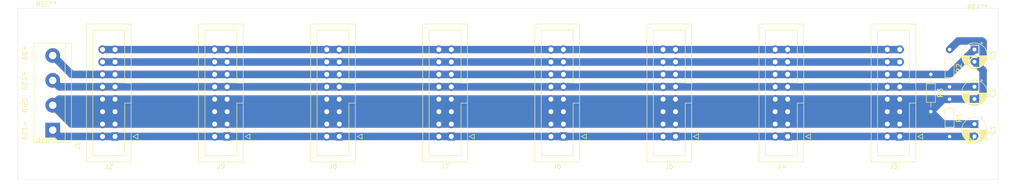
<source format=kicad_pcb>
(kicad_pcb (version 20171130) (host pcbnew "(5.1.10)-1")

  (general
    (thickness 1.6)
    (drawings 8)
    (tracks 92)
    (zones 0)
    (modules 19)
    (nets 7)
  )

  (page A4)
  (layers
    (0 F.Cu signal)
    (31 B.Cu signal)
    (32 B.Adhes user)
    (33 F.Adhes user)
    (34 B.Paste user)
    (35 F.Paste user)
    (36 B.SilkS user)
    (37 F.SilkS user)
    (38 B.Mask user)
    (39 F.Mask user)
    (40 Dwgs.User user)
    (41 Cmts.User user)
    (42 Eco1.User user)
    (43 Eco2.User user)
    (44 Edge.Cuts user)
    (45 Margin user)
    (46 B.CrtYd user)
    (47 F.CrtYd user)
    (48 B.Fab user)
    (49 F.Fab user)
  )

  (setup
    (last_trace_width 1.5)
    (user_trace_width 1.5)
    (trace_clearance 0.2)
    (zone_clearance 0.508)
    (zone_45_only no)
    (trace_min 0.2)
    (via_size 0.8)
    (via_drill 0.4)
    (via_min_size 0.4)
    (via_min_drill 0.3)
    (uvia_size 0.3)
    (uvia_drill 0.1)
    (uvias_allowed no)
    (uvia_min_size 0.2)
    (uvia_min_drill 0.1)
    (edge_width 0.05)
    (segment_width 0.2)
    (pcb_text_width 0.3)
    (pcb_text_size 1.5 1.5)
    (mod_edge_width 0.12)
    (mod_text_size 1 1)
    (mod_text_width 0.15)
    (pad_size 1.524 1.524)
    (pad_drill 0.762)
    (pad_to_mask_clearance 0)
    (aux_axis_origin 0 0)
    (visible_elements FFFFFF7F)
    (pcbplotparams
      (layerselection 0x010fc_ffffffff)
      (usegerberextensions false)
      (usegerberattributes true)
      (usegerberadvancedattributes true)
      (creategerberjobfile true)
      (excludeedgelayer true)
      (linewidth 0.100000)
      (plotframeref false)
      (viasonmask false)
      (mode 1)
      (useauxorigin false)
      (hpglpennumber 1)
      (hpglpenspeed 20)
      (hpglpendiameter 15.000000)
      (psnegative false)
      (psa4output false)
      (plotreference true)
      (plotvalue true)
      (plotinvisibletext false)
      (padsonsilk false)
      (subtractmaskfromsilk false)
      (outputformat 1)
      (mirror false)
      (drillshape 0)
      (scaleselection 1)
      (outputdirectory "Gerber/"))
  )

  (net 0 "")
  (net 1 "Net-(C1-Pad1)")
  (net 2 "Net-(C1-Pad2)")
  (net 3 "Net-(C2-Pad1)")
  (net 4 "Net-(C3-Pad1)")
  (net 5 "Net-(J2-Pad13)")
  (net 6 "Net-(J2-Pad15)")

  (net_class Default "This is the default net class."
    (clearance 0.2)
    (trace_width 0.25)
    (via_dia 0.8)
    (via_drill 0.4)
    (uvia_dia 0.3)
    (uvia_drill 0.1)
    (add_net "Net-(C1-Pad1)")
    (add_net "Net-(C1-Pad2)")
    (add_net "Net-(C2-Pad1)")
    (add_net "Net-(C3-Pad1)")
    (add_net "Net-(J2-Pad13)")
    (add_net "Net-(J2-Pad15)")
  )

  (module MountingHole:MountingHole_3.2mm_M3 (layer F.Cu) (tedit 56D1B4CB) (tstamp 6191580C)
    (at 245.745 81.28)
    (descr "Mounting Hole 3.2mm, no annular, M3")
    (tags "mounting hole 3.2mm no annular m3")
    (attr virtual)
    (fp_text reference REF** (at 0 -4.2) (layer F.SilkS)
      (effects (font (size 1 1) (thickness 0.15)))
    )
    (fp_text value MountingHole_3.2mm_M3 (at 0 4.2) (layer F.Fab)
      (effects (font (size 1 1) (thickness 0.15)))
    )
    (fp_circle (center 0 0) (end 3.45 0) (layer F.CrtYd) (width 0.05))
    (fp_circle (center 0 0) (end 3.2 0) (layer Cmts.User) (width 0.15))
    (fp_text user %R (at 0.3 0) (layer F.Fab)
      (effects (font (size 1 1) (thickness 0.15)))
    )
    (pad 1 np_thru_hole circle (at 0 0) (size 3.2 3.2) (drill 3.2) (layers *.Cu *.Mask))
  )

  (module MountingHole:MountingHole_3.2mm_M3 (layer F.Cu) (tedit 56D1B4CB) (tstamp 619157FE)
    (at 245.745 53.975)
    (descr "Mounting Hole 3.2mm, no annular, M3")
    (tags "mounting hole 3.2mm no annular m3")
    (attr virtual)
    (fp_text reference REF** (at 0 -4.2) (layer F.SilkS)
      (effects (font (size 1 1) (thickness 0.15)))
    )
    (fp_text value MountingHole_3.2mm_M3 (at 0 4.2) (layer F.Fab)
      (effects (font (size 1 1) (thickness 0.15)))
    )
    (fp_text user %R (at 0.3 0) (layer F.Fab)
      (effects (font (size 1 1) (thickness 0.15)))
    )
    (fp_circle (center 0 0) (end 3.2 0) (layer Cmts.User) (width 0.15))
    (fp_circle (center 0 0) (end 3.45 0) (layer F.CrtYd) (width 0.05))
    (pad 1 np_thru_hole circle (at 0 0) (size 3.2 3.2) (drill 3.2) (layers *.Cu *.Mask))
  )

  (module MountingHole:MountingHole_3.2mm_M3 (layer F.Cu) (tedit 56D1B4CB) (tstamp 619157F0)
    (at 55.88 53.34)
    (descr "Mounting Hole 3.2mm, no annular, M3")
    (tags "mounting hole 3.2mm no annular m3")
    (attr virtual)
    (fp_text reference REF** (at 0 -4.2) (layer F.SilkS)
      (effects (font (size 1 1) (thickness 0.15)))
    )
    (fp_text value MountingHole_3.2mm_M3 (at 0 4.2) (layer F.Fab)
      (effects (font (size 1 1) (thickness 0.15)))
    )
    (fp_circle (center 0 0) (end 3.45 0) (layer F.CrtYd) (width 0.05))
    (fp_circle (center 0 0) (end 3.2 0) (layer Cmts.User) (width 0.15))
    (fp_text user %R (at 0.3 0) (layer F.Fab)
      (effects (font (size 1 1) (thickness 0.15)))
    )
    (pad 1 np_thru_hole circle (at 0 0) (size 3.2 3.2) (drill 3.2) (layers *.Cu *.Mask))
  )

  (module MountingHole:MountingHole_3.2mm_M3 (layer F.Cu) (tedit 56D1B4CB) (tstamp 619157DF)
    (at 55.88 81.28)
    (descr "Mounting Hole 3.2mm, no annular, M3")
    (tags "mounting hole 3.2mm no annular m3")
    (attr virtual)
    (fp_text reference REF** (at 0 -4.2) (layer F.SilkS)
      (effects (font (size 1 1) (thickness 0.15)))
    )
    (fp_text value MountingHole_3.2mm_M3 (at 0 4.2) (layer F.Fab)
      (effects (font (size 1 1) (thickness 0.15)))
    )
    (fp_text user %R (at 0.3 0) (layer F.Fab)
      (effects (font (size 1 1) (thickness 0.15)))
    )
    (fp_circle (center 0 0) (end 3.2 0) (layer Cmts.User) (width 0.15))
    (fp_circle (center 0 0) (end 3.45 0) (layer F.CrtYd) (width 0.05))
    (pad 1 np_thru_hole circle (at 0 0) (size 3.2 3.2) (drill 3.2) (layers *.Cu *.Mask))
  )

  (module Capacitor_THT:CP_Radial_D5.0mm_P2.50mm (layer F.Cu) (tedit 5AE50EF0) (tstamp 61912CA8)
    (at 245.11 73.66 270)
    (descr "CP, Radial series, Radial, pin pitch=2.50mm, , diameter=5mm, Electrolytic Capacitor")
    (tags "CP Radial series Radial pin pitch 2.50mm  diameter 5mm Electrolytic Capacitor")
    (path /619315AB)
    (fp_text reference C1 (at 1.25 -3.75 90) (layer F.SilkS)
      (effects (font (size 1 1) (thickness 0.15)))
    )
    (fp_text value 47uf (at 1.25 3.75 90) (layer F.Fab)
      (effects (font (size 1 1) (thickness 0.15)))
    )
    (fp_line (start -1.304775 -1.725) (end -1.304775 -1.225) (layer F.SilkS) (width 0.12))
    (fp_line (start -1.554775 -1.475) (end -1.054775 -1.475) (layer F.SilkS) (width 0.12))
    (fp_line (start 3.851 -0.284) (end 3.851 0.284) (layer F.SilkS) (width 0.12))
    (fp_line (start 3.811 -0.518) (end 3.811 0.518) (layer F.SilkS) (width 0.12))
    (fp_line (start 3.771 -0.677) (end 3.771 0.677) (layer F.SilkS) (width 0.12))
    (fp_line (start 3.731 -0.805) (end 3.731 0.805) (layer F.SilkS) (width 0.12))
    (fp_line (start 3.691 -0.915) (end 3.691 0.915) (layer F.SilkS) (width 0.12))
    (fp_line (start 3.651 -1.011) (end 3.651 1.011) (layer F.SilkS) (width 0.12))
    (fp_line (start 3.611 -1.098) (end 3.611 1.098) (layer F.SilkS) (width 0.12))
    (fp_line (start 3.571 -1.178) (end 3.571 1.178) (layer F.SilkS) (width 0.12))
    (fp_line (start 3.531 1.04) (end 3.531 1.251) (layer F.SilkS) (width 0.12))
    (fp_line (start 3.531 -1.251) (end 3.531 -1.04) (layer F.SilkS) (width 0.12))
    (fp_line (start 3.491 1.04) (end 3.491 1.319) (layer F.SilkS) (width 0.12))
    (fp_line (start 3.491 -1.319) (end 3.491 -1.04) (layer F.SilkS) (width 0.12))
    (fp_line (start 3.451 1.04) (end 3.451 1.383) (layer F.SilkS) (width 0.12))
    (fp_line (start 3.451 -1.383) (end 3.451 -1.04) (layer F.SilkS) (width 0.12))
    (fp_line (start 3.411 1.04) (end 3.411 1.443) (layer F.SilkS) (width 0.12))
    (fp_line (start 3.411 -1.443) (end 3.411 -1.04) (layer F.SilkS) (width 0.12))
    (fp_line (start 3.371 1.04) (end 3.371 1.5) (layer F.SilkS) (width 0.12))
    (fp_line (start 3.371 -1.5) (end 3.371 -1.04) (layer F.SilkS) (width 0.12))
    (fp_line (start 3.331 1.04) (end 3.331 1.554) (layer F.SilkS) (width 0.12))
    (fp_line (start 3.331 -1.554) (end 3.331 -1.04) (layer F.SilkS) (width 0.12))
    (fp_line (start 3.291 1.04) (end 3.291 1.605) (layer F.SilkS) (width 0.12))
    (fp_line (start 3.291 -1.605) (end 3.291 -1.04) (layer F.SilkS) (width 0.12))
    (fp_line (start 3.251 1.04) (end 3.251 1.653) (layer F.SilkS) (width 0.12))
    (fp_line (start 3.251 -1.653) (end 3.251 -1.04) (layer F.SilkS) (width 0.12))
    (fp_line (start 3.211 1.04) (end 3.211 1.699) (layer F.SilkS) (width 0.12))
    (fp_line (start 3.211 -1.699) (end 3.211 -1.04) (layer F.SilkS) (width 0.12))
    (fp_line (start 3.171 1.04) (end 3.171 1.743) (layer F.SilkS) (width 0.12))
    (fp_line (start 3.171 -1.743) (end 3.171 -1.04) (layer F.SilkS) (width 0.12))
    (fp_line (start 3.131 1.04) (end 3.131 1.785) (layer F.SilkS) (width 0.12))
    (fp_line (start 3.131 -1.785) (end 3.131 -1.04) (layer F.SilkS) (width 0.12))
    (fp_line (start 3.091 1.04) (end 3.091 1.826) (layer F.SilkS) (width 0.12))
    (fp_line (start 3.091 -1.826) (end 3.091 -1.04) (layer F.SilkS) (width 0.12))
    (fp_line (start 3.051 1.04) (end 3.051 1.864) (layer F.SilkS) (width 0.12))
    (fp_line (start 3.051 -1.864) (end 3.051 -1.04) (layer F.SilkS) (width 0.12))
    (fp_line (start 3.011 1.04) (end 3.011 1.901) (layer F.SilkS) (width 0.12))
    (fp_line (start 3.011 -1.901) (end 3.011 -1.04) (layer F.SilkS) (width 0.12))
    (fp_line (start 2.971 1.04) (end 2.971 1.937) (layer F.SilkS) (width 0.12))
    (fp_line (start 2.971 -1.937) (end 2.971 -1.04) (layer F.SilkS) (width 0.12))
    (fp_line (start 2.931 1.04) (end 2.931 1.971) (layer F.SilkS) (width 0.12))
    (fp_line (start 2.931 -1.971) (end 2.931 -1.04) (layer F.SilkS) (width 0.12))
    (fp_line (start 2.891 1.04) (end 2.891 2.004) (layer F.SilkS) (width 0.12))
    (fp_line (start 2.891 -2.004) (end 2.891 -1.04) (layer F.SilkS) (width 0.12))
    (fp_line (start 2.851 1.04) (end 2.851 2.035) (layer F.SilkS) (width 0.12))
    (fp_line (start 2.851 -2.035) (end 2.851 -1.04) (layer F.SilkS) (width 0.12))
    (fp_line (start 2.811 1.04) (end 2.811 2.065) (layer F.SilkS) (width 0.12))
    (fp_line (start 2.811 -2.065) (end 2.811 -1.04) (layer F.SilkS) (width 0.12))
    (fp_line (start 2.771 1.04) (end 2.771 2.095) (layer F.SilkS) (width 0.12))
    (fp_line (start 2.771 -2.095) (end 2.771 -1.04) (layer F.SilkS) (width 0.12))
    (fp_line (start 2.731 1.04) (end 2.731 2.122) (layer F.SilkS) (width 0.12))
    (fp_line (start 2.731 -2.122) (end 2.731 -1.04) (layer F.SilkS) (width 0.12))
    (fp_line (start 2.691 1.04) (end 2.691 2.149) (layer F.SilkS) (width 0.12))
    (fp_line (start 2.691 -2.149) (end 2.691 -1.04) (layer F.SilkS) (width 0.12))
    (fp_line (start 2.651 1.04) (end 2.651 2.175) (layer F.SilkS) (width 0.12))
    (fp_line (start 2.651 -2.175) (end 2.651 -1.04) (layer F.SilkS) (width 0.12))
    (fp_line (start 2.611 1.04) (end 2.611 2.2) (layer F.SilkS) (width 0.12))
    (fp_line (start 2.611 -2.2) (end 2.611 -1.04) (layer F.SilkS) (width 0.12))
    (fp_line (start 2.571 1.04) (end 2.571 2.224) (layer F.SilkS) (width 0.12))
    (fp_line (start 2.571 -2.224) (end 2.571 -1.04) (layer F.SilkS) (width 0.12))
    (fp_line (start 2.531 1.04) (end 2.531 2.247) (layer F.SilkS) (width 0.12))
    (fp_line (start 2.531 -2.247) (end 2.531 -1.04) (layer F.SilkS) (width 0.12))
    (fp_line (start 2.491 1.04) (end 2.491 2.268) (layer F.SilkS) (width 0.12))
    (fp_line (start 2.491 -2.268) (end 2.491 -1.04) (layer F.SilkS) (width 0.12))
    (fp_line (start 2.451 1.04) (end 2.451 2.29) (layer F.SilkS) (width 0.12))
    (fp_line (start 2.451 -2.29) (end 2.451 -1.04) (layer F.SilkS) (width 0.12))
    (fp_line (start 2.411 1.04) (end 2.411 2.31) (layer F.SilkS) (width 0.12))
    (fp_line (start 2.411 -2.31) (end 2.411 -1.04) (layer F.SilkS) (width 0.12))
    (fp_line (start 2.371 1.04) (end 2.371 2.329) (layer F.SilkS) (width 0.12))
    (fp_line (start 2.371 -2.329) (end 2.371 -1.04) (layer F.SilkS) (width 0.12))
    (fp_line (start 2.331 1.04) (end 2.331 2.348) (layer F.SilkS) (width 0.12))
    (fp_line (start 2.331 -2.348) (end 2.331 -1.04) (layer F.SilkS) (width 0.12))
    (fp_line (start 2.291 1.04) (end 2.291 2.365) (layer F.SilkS) (width 0.12))
    (fp_line (start 2.291 -2.365) (end 2.291 -1.04) (layer F.SilkS) (width 0.12))
    (fp_line (start 2.251 1.04) (end 2.251 2.382) (layer F.SilkS) (width 0.12))
    (fp_line (start 2.251 -2.382) (end 2.251 -1.04) (layer F.SilkS) (width 0.12))
    (fp_line (start 2.211 1.04) (end 2.211 2.398) (layer F.SilkS) (width 0.12))
    (fp_line (start 2.211 -2.398) (end 2.211 -1.04) (layer F.SilkS) (width 0.12))
    (fp_line (start 2.171 1.04) (end 2.171 2.414) (layer F.SilkS) (width 0.12))
    (fp_line (start 2.171 -2.414) (end 2.171 -1.04) (layer F.SilkS) (width 0.12))
    (fp_line (start 2.131 1.04) (end 2.131 2.428) (layer F.SilkS) (width 0.12))
    (fp_line (start 2.131 -2.428) (end 2.131 -1.04) (layer F.SilkS) (width 0.12))
    (fp_line (start 2.091 1.04) (end 2.091 2.442) (layer F.SilkS) (width 0.12))
    (fp_line (start 2.091 -2.442) (end 2.091 -1.04) (layer F.SilkS) (width 0.12))
    (fp_line (start 2.051 1.04) (end 2.051 2.455) (layer F.SilkS) (width 0.12))
    (fp_line (start 2.051 -2.455) (end 2.051 -1.04) (layer F.SilkS) (width 0.12))
    (fp_line (start 2.011 1.04) (end 2.011 2.468) (layer F.SilkS) (width 0.12))
    (fp_line (start 2.011 -2.468) (end 2.011 -1.04) (layer F.SilkS) (width 0.12))
    (fp_line (start 1.971 1.04) (end 1.971 2.48) (layer F.SilkS) (width 0.12))
    (fp_line (start 1.971 -2.48) (end 1.971 -1.04) (layer F.SilkS) (width 0.12))
    (fp_line (start 1.93 1.04) (end 1.93 2.491) (layer F.SilkS) (width 0.12))
    (fp_line (start 1.93 -2.491) (end 1.93 -1.04) (layer F.SilkS) (width 0.12))
    (fp_line (start 1.89 1.04) (end 1.89 2.501) (layer F.SilkS) (width 0.12))
    (fp_line (start 1.89 -2.501) (end 1.89 -1.04) (layer F.SilkS) (width 0.12))
    (fp_line (start 1.85 1.04) (end 1.85 2.511) (layer F.SilkS) (width 0.12))
    (fp_line (start 1.85 -2.511) (end 1.85 -1.04) (layer F.SilkS) (width 0.12))
    (fp_line (start 1.81 1.04) (end 1.81 2.52) (layer F.SilkS) (width 0.12))
    (fp_line (start 1.81 -2.52) (end 1.81 -1.04) (layer F.SilkS) (width 0.12))
    (fp_line (start 1.77 1.04) (end 1.77 2.528) (layer F.SilkS) (width 0.12))
    (fp_line (start 1.77 -2.528) (end 1.77 -1.04) (layer F.SilkS) (width 0.12))
    (fp_line (start 1.73 1.04) (end 1.73 2.536) (layer F.SilkS) (width 0.12))
    (fp_line (start 1.73 -2.536) (end 1.73 -1.04) (layer F.SilkS) (width 0.12))
    (fp_line (start 1.69 1.04) (end 1.69 2.543) (layer F.SilkS) (width 0.12))
    (fp_line (start 1.69 -2.543) (end 1.69 -1.04) (layer F.SilkS) (width 0.12))
    (fp_line (start 1.65 1.04) (end 1.65 2.55) (layer F.SilkS) (width 0.12))
    (fp_line (start 1.65 -2.55) (end 1.65 -1.04) (layer F.SilkS) (width 0.12))
    (fp_line (start 1.61 1.04) (end 1.61 2.556) (layer F.SilkS) (width 0.12))
    (fp_line (start 1.61 -2.556) (end 1.61 -1.04) (layer F.SilkS) (width 0.12))
    (fp_line (start 1.57 1.04) (end 1.57 2.561) (layer F.SilkS) (width 0.12))
    (fp_line (start 1.57 -2.561) (end 1.57 -1.04) (layer F.SilkS) (width 0.12))
    (fp_line (start 1.53 1.04) (end 1.53 2.565) (layer F.SilkS) (width 0.12))
    (fp_line (start 1.53 -2.565) (end 1.53 -1.04) (layer F.SilkS) (width 0.12))
    (fp_line (start 1.49 1.04) (end 1.49 2.569) (layer F.SilkS) (width 0.12))
    (fp_line (start 1.49 -2.569) (end 1.49 -1.04) (layer F.SilkS) (width 0.12))
    (fp_line (start 1.45 -2.573) (end 1.45 2.573) (layer F.SilkS) (width 0.12))
    (fp_line (start 1.41 -2.576) (end 1.41 2.576) (layer F.SilkS) (width 0.12))
    (fp_line (start 1.37 -2.578) (end 1.37 2.578) (layer F.SilkS) (width 0.12))
    (fp_line (start 1.33 -2.579) (end 1.33 2.579) (layer F.SilkS) (width 0.12))
    (fp_line (start 1.29 -2.58) (end 1.29 2.58) (layer F.SilkS) (width 0.12))
    (fp_line (start 1.25 -2.58) (end 1.25 2.58) (layer F.SilkS) (width 0.12))
    (fp_line (start -0.633605 -1.3375) (end -0.633605 -0.8375) (layer F.Fab) (width 0.1))
    (fp_line (start -0.883605 -1.0875) (end -0.383605 -1.0875) (layer F.Fab) (width 0.1))
    (fp_circle (center 1.25 0) (end 4 0) (layer F.CrtYd) (width 0.05))
    (fp_circle (center 1.25 0) (end 3.87 0) (layer F.SilkS) (width 0.12))
    (fp_circle (center 1.25 0) (end 3.75 0) (layer F.Fab) (width 0.1))
    (fp_text user %R (at 1.25 0) (layer F.Fab)
      (effects (font (size 1 1) (thickness 0.15)))
    )
    (pad 1 thru_hole rect (at 0 0 270) (size 1.6 1.6) (drill 0.8) (layers *.Cu *.Mask)
      (net 1 "Net-(C1-Pad1)"))
    (pad 2 thru_hole circle (at 2.5 0 270) (size 1.6 1.6) (drill 0.8) (layers *.Cu *.Mask)
      (net 2 "Net-(C1-Pad2)"))
    (model ${KISYS3DMOD}/Capacitor_THT.3dshapes/CP_Radial_D5.0mm_P2.50mm.wrl
      (at (xyz 0 0 0))
      (scale (xyz 1 1 1))
      (rotate (xyz 0 0 0))
    )
  )

  (module Capacitor_THT:CP_Radial_D5.0mm_P2.50mm (layer F.Cu) (tedit 5AE50EF0) (tstamp 61912D2C)
    (at 245.11 66.04 270)
    (descr "CP, Radial series, Radial, pin pitch=2.50mm, , diameter=5mm, Electrolytic Capacitor")
    (tags "CP Radial series Radial pin pitch 2.50mm  diameter 5mm Electrolytic Capacitor")
    (path /619305C4)
    (fp_text reference C2 (at 1.25 -3.75 90) (layer F.SilkS)
      (effects (font (size 1 1) (thickness 0.15)))
    )
    (fp_text value 47uf (at 1.25 3.75 90) (layer F.Fab)
      (effects (font (size 1 1) (thickness 0.15)))
    )
    (fp_line (start -1.304775 -1.725) (end -1.304775 -1.225) (layer F.SilkS) (width 0.12))
    (fp_line (start -1.554775 -1.475) (end -1.054775 -1.475) (layer F.SilkS) (width 0.12))
    (fp_line (start 3.851 -0.284) (end 3.851 0.284) (layer F.SilkS) (width 0.12))
    (fp_line (start 3.811 -0.518) (end 3.811 0.518) (layer F.SilkS) (width 0.12))
    (fp_line (start 3.771 -0.677) (end 3.771 0.677) (layer F.SilkS) (width 0.12))
    (fp_line (start 3.731 -0.805) (end 3.731 0.805) (layer F.SilkS) (width 0.12))
    (fp_line (start 3.691 -0.915) (end 3.691 0.915) (layer F.SilkS) (width 0.12))
    (fp_line (start 3.651 -1.011) (end 3.651 1.011) (layer F.SilkS) (width 0.12))
    (fp_line (start 3.611 -1.098) (end 3.611 1.098) (layer F.SilkS) (width 0.12))
    (fp_line (start 3.571 -1.178) (end 3.571 1.178) (layer F.SilkS) (width 0.12))
    (fp_line (start 3.531 1.04) (end 3.531 1.251) (layer F.SilkS) (width 0.12))
    (fp_line (start 3.531 -1.251) (end 3.531 -1.04) (layer F.SilkS) (width 0.12))
    (fp_line (start 3.491 1.04) (end 3.491 1.319) (layer F.SilkS) (width 0.12))
    (fp_line (start 3.491 -1.319) (end 3.491 -1.04) (layer F.SilkS) (width 0.12))
    (fp_line (start 3.451 1.04) (end 3.451 1.383) (layer F.SilkS) (width 0.12))
    (fp_line (start 3.451 -1.383) (end 3.451 -1.04) (layer F.SilkS) (width 0.12))
    (fp_line (start 3.411 1.04) (end 3.411 1.443) (layer F.SilkS) (width 0.12))
    (fp_line (start 3.411 -1.443) (end 3.411 -1.04) (layer F.SilkS) (width 0.12))
    (fp_line (start 3.371 1.04) (end 3.371 1.5) (layer F.SilkS) (width 0.12))
    (fp_line (start 3.371 -1.5) (end 3.371 -1.04) (layer F.SilkS) (width 0.12))
    (fp_line (start 3.331 1.04) (end 3.331 1.554) (layer F.SilkS) (width 0.12))
    (fp_line (start 3.331 -1.554) (end 3.331 -1.04) (layer F.SilkS) (width 0.12))
    (fp_line (start 3.291 1.04) (end 3.291 1.605) (layer F.SilkS) (width 0.12))
    (fp_line (start 3.291 -1.605) (end 3.291 -1.04) (layer F.SilkS) (width 0.12))
    (fp_line (start 3.251 1.04) (end 3.251 1.653) (layer F.SilkS) (width 0.12))
    (fp_line (start 3.251 -1.653) (end 3.251 -1.04) (layer F.SilkS) (width 0.12))
    (fp_line (start 3.211 1.04) (end 3.211 1.699) (layer F.SilkS) (width 0.12))
    (fp_line (start 3.211 -1.699) (end 3.211 -1.04) (layer F.SilkS) (width 0.12))
    (fp_line (start 3.171 1.04) (end 3.171 1.743) (layer F.SilkS) (width 0.12))
    (fp_line (start 3.171 -1.743) (end 3.171 -1.04) (layer F.SilkS) (width 0.12))
    (fp_line (start 3.131 1.04) (end 3.131 1.785) (layer F.SilkS) (width 0.12))
    (fp_line (start 3.131 -1.785) (end 3.131 -1.04) (layer F.SilkS) (width 0.12))
    (fp_line (start 3.091 1.04) (end 3.091 1.826) (layer F.SilkS) (width 0.12))
    (fp_line (start 3.091 -1.826) (end 3.091 -1.04) (layer F.SilkS) (width 0.12))
    (fp_line (start 3.051 1.04) (end 3.051 1.864) (layer F.SilkS) (width 0.12))
    (fp_line (start 3.051 -1.864) (end 3.051 -1.04) (layer F.SilkS) (width 0.12))
    (fp_line (start 3.011 1.04) (end 3.011 1.901) (layer F.SilkS) (width 0.12))
    (fp_line (start 3.011 -1.901) (end 3.011 -1.04) (layer F.SilkS) (width 0.12))
    (fp_line (start 2.971 1.04) (end 2.971 1.937) (layer F.SilkS) (width 0.12))
    (fp_line (start 2.971 -1.937) (end 2.971 -1.04) (layer F.SilkS) (width 0.12))
    (fp_line (start 2.931 1.04) (end 2.931 1.971) (layer F.SilkS) (width 0.12))
    (fp_line (start 2.931 -1.971) (end 2.931 -1.04) (layer F.SilkS) (width 0.12))
    (fp_line (start 2.891 1.04) (end 2.891 2.004) (layer F.SilkS) (width 0.12))
    (fp_line (start 2.891 -2.004) (end 2.891 -1.04) (layer F.SilkS) (width 0.12))
    (fp_line (start 2.851 1.04) (end 2.851 2.035) (layer F.SilkS) (width 0.12))
    (fp_line (start 2.851 -2.035) (end 2.851 -1.04) (layer F.SilkS) (width 0.12))
    (fp_line (start 2.811 1.04) (end 2.811 2.065) (layer F.SilkS) (width 0.12))
    (fp_line (start 2.811 -2.065) (end 2.811 -1.04) (layer F.SilkS) (width 0.12))
    (fp_line (start 2.771 1.04) (end 2.771 2.095) (layer F.SilkS) (width 0.12))
    (fp_line (start 2.771 -2.095) (end 2.771 -1.04) (layer F.SilkS) (width 0.12))
    (fp_line (start 2.731 1.04) (end 2.731 2.122) (layer F.SilkS) (width 0.12))
    (fp_line (start 2.731 -2.122) (end 2.731 -1.04) (layer F.SilkS) (width 0.12))
    (fp_line (start 2.691 1.04) (end 2.691 2.149) (layer F.SilkS) (width 0.12))
    (fp_line (start 2.691 -2.149) (end 2.691 -1.04) (layer F.SilkS) (width 0.12))
    (fp_line (start 2.651 1.04) (end 2.651 2.175) (layer F.SilkS) (width 0.12))
    (fp_line (start 2.651 -2.175) (end 2.651 -1.04) (layer F.SilkS) (width 0.12))
    (fp_line (start 2.611 1.04) (end 2.611 2.2) (layer F.SilkS) (width 0.12))
    (fp_line (start 2.611 -2.2) (end 2.611 -1.04) (layer F.SilkS) (width 0.12))
    (fp_line (start 2.571 1.04) (end 2.571 2.224) (layer F.SilkS) (width 0.12))
    (fp_line (start 2.571 -2.224) (end 2.571 -1.04) (layer F.SilkS) (width 0.12))
    (fp_line (start 2.531 1.04) (end 2.531 2.247) (layer F.SilkS) (width 0.12))
    (fp_line (start 2.531 -2.247) (end 2.531 -1.04) (layer F.SilkS) (width 0.12))
    (fp_line (start 2.491 1.04) (end 2.491 2.268) (layer F.SilkS) (width 0.12))
    (fp_line (start 2.491 -2.268) (end 2.491 -1.04) (layer F.SilkS) (width 0.12))
    (fp_line (start 2.451 1.04) (end 2.451 2.29) (layer F.SilkS) (width 0.12))
    (fp_line (start 2.451 -2.29) (end 2.451 -1.04) (layer F.SilkS) (width 0.12))
    (fp_line (start 2.411 1.04) (end 2.411 2.31) (layer F.SilkS) (width 0.12))
    (fp_line (start 2.411 -2.31) (end 2.411 -1.04) (layer F.SilkS) (width 0.12))
    (fp_line (start 2.371 1.04) (end 2.371 2.329) (layer F.SilkS) (width 0.12))
    (fp_line (start 2.371 -2.329) (end 2.371 -1.04) (layer F.SilkS) (width 0.12))
    (fp_line (start 2.331 1.04) (end 2.331 2.348) (layer F.SilkS) (width 0.12))
    (fp_line (start 2.331 -2.348) (end 2.331 -1.04) (layer F.SilkS) (width 0.12))
    (fp_line (start 2.291 1.04) (end 2.291 2.365) (layer F.SilkS) (width 0.12))
    (fp_line (start 2.291 -2.365) (end 2.291 -1.04) (layer F.SilkS) (width 0.12))
    (fp_line (start 2.251 1.04) (end 2.251 2.382) (layer F.SilkS) (width 0.12))
    (fp_line (start 2.251 -2.382) (end 2.251 -1.04) (layer F.SilkS) (width 0.12))
    (fp_line (start 2.211 1.04) (end 2.211 2.398) (layer F.SilkS) (width 0.12))
    (fp_line (start 2.211 -2.398) (end 2.211 -1.04) (layer F.SilkS) (width 0.12))
    (fp_line (start 2.171 1.04) (end 2.171 2.414) (layer F.SilkS) (width 0.12))
    (fp_line (start 2.171 -2.414) (end 2.171 -1.04) (layer F.SilkS) (width 0.12))
    (fp_line (start 2.131 1.04) (end 2.131 2.428) (layer F.SilkS) (width 0.12))
    (fp_line (start 2.131 -2.428) (end 2.131 -1.04) (layer F.SilkS) (width 0.12))
    (fp_line (start 2.091 1.04) (end 2.091 2.442) (layer F.SilkS) (width 0.12))
    (fp_line (start 2.091 -2.442) (end 2.091 -1.04) (layer F.SilkS) (width 0.12))
    (fp_line (start 2.051 1.04) (end 2.051 2.455) (layer F.SilkS) (width 0.12))
    (fp_line (start 2.051 -2.455) (end 2.051 -1.04) (layer F.SilkS) (width 0.12))
    (fp_line (start 2.011 1.04) (end 2.011 2.468) (layer F.SilkS) (width 0.12))
    (fp_line (start 2.011 -2.468) (end 2.011 -1.04) (layer F.SilkS) (width 0.12))
    (fp_line (start 1.971 1.04) (end 1.971 2.48) (layer F.SilkS) (width 0.12))
    (fp_line (start 1.971 -2.48) (end 1.971 -1.04) (layer F.SilkS) (width 0.12))
    (fp_line (start 1.93 1.04) (end 1.93 2.491) (layer F.SilkS) (width 0.12))
    (fp_line (start 1.93 -2.491) (end 1.93 -1.04) (layer F.SilkS) (width 0.12))
    (fp_line (start 1.89 1.04) (end 1.89 2.501) (layer F.SilkS) (width 0.12))
    (fp_line (start 1.89 -2.501) (end 1.89 -1.04) (layer F.SilkS) (width 0.12))
    (fp_line (start 1.85 1.04) (end 1.85 2.511) (layer F.SilkS) (width 0.12))
    (fp_line (start 1.85 -2.511) (end 1.85 -1.04) (layer F.SilkS) (width 0.12))
    (fp_line (start 1.81 1.04) (end 1.81 2.52) (layer F.SilkS) (width 0.12))
    (fp_line (start 1.81 -2.52) (end 1.81 -1.04) (layer F.SilkS) (width 0.12))
    (fp_line (start 1.77 1.04) (end 1.77 2.528) (layer F.SilkS) (width 0.12))
    (fp_line (start 1.77 -2.528) (end 1.77 -1.04) (layer F.SilkS) (width 0.12))
    (fp_line (start 1.73 1.04) (end 1.73 2.536) (layer F.SilkS) (width 0.12))
    (fp_line (start 1.73 -2.536) (end 1.73 -1.04) (layer F.SilkS) (width 0.12))
    (fp_line (start 1.69 1.04) (end 1.69 2.543) (layer F.SilkS) (width 0.12))
    (fp_line (start 1.69 -2.543) (end 1.69 -1.04) (layer F.SilkS) (width 0.12))
    (fp_line (start 1.65 1.04) (end 1.65 2.55) (layer F.SilkS) (width 0.12))
    (fp_line (start 1.65 -2.55) (end 1.65 -1.04) (layer F.SilkS) (width 0.12))
    (fp_line (start 1.61 1.04) (end 1.61 2.556) (layer F.SilkS) (width 0.12))
    (fp_line (start 1.61 -2.556) (end 1.61 -1.04) (layer F.SilkS) (width 0.12))
    (fp_line (start 1.57 1.04) (end 1.57 2.561) (layer F.SilkS) (width 0.12))
    (fp_line (start 1.57 -2.561) (end 1.57 -1.04) (layer F.SilkS) (width 0.12))
    (fp_line (start 1.53 1.04) (end 1.53 2.565) (layer F.SilkS) (width 0.12))
    (fp_line (start 1.53 -2.565) (end 1.53 -1.04) (layer F.SilkS) (width 0.12))
    (fp_line (start 1.49 1.04) (end 1.49 2.569) (layer F.SilkS) (width 0.12))
    (fp_line (start 1.49 -2.569) (end 1.49 -1.04) (layer F.SilkS) (width 0.12))
    (fp_line (start 1.45 -2.573) (end 1.45 2.573) (layer F.SilkS) (width 0.12))
    (fp_line (start 1.41 -2.576) (end 1.41 2.576) (layer F.SilkS) (width 0.12))
    (fp_line (start 1.37 -2.578) (end 1.37 2.578) (layer F.SilkS) (width 0.12))
    (fp_line (start 1.33 -2.579) (end 1.33 2.579) (layer F.SilkS) (width 0.12))
    (fp_line (start 1.29 -2.58) (end 1.29 2.58) (layer F.SilkS) (width 0.12))
    (fp_line (start 1.25 -2.58) (end 1.25 2.58) (layer F.SilkS) (width 0.12))
    (fp_line (start -0.633605 -1.3375) (end -0.633605 -0.8375) (layer F.Fab) (width 0.1))
    (fp_line (start -0.883605 -1.0875) (end -0.383605 -1.0875) (layer F.Fab) (width 0.1))
    (fp_circle (center 1.25 0) (end 4 0) (layer F.CrtYd) (width 0.05))
    (fp_circle (center 1.25 0) (end 3.87 0) (layer F.SilkS) (width 0.12))
    (fp_circle (center 1.25 0) (end 3.75 0) (layer F.Fab) (width 0.1))
    (fp_text user %R (at 1.25 0 90) (layer F.Fab)
      (effects (font (size 1 1) (thickness 0.15)))
    )
    (pad 1 thru_hole rect (at 0 0 270) (size 1.6 1.6) (drill 0.8) (layers *.Cu *.Mask)
      (net 3 "Net-(C2-Pad1)"))
    (pad 2 thru_hole circle (at 2.5 0 270) (size 1.6 1.6) (drill 0.8) (layers *.Cu *.Mask)
      (net 1 "Net-(C1-Pad1)"))
    (model ${KISYS3DMOD}/Capacitor_THT.3dshapes/CP_Radial_D5.0mm_P2.50mm.wrl
      (at (xyz 0 0 0))
      (scale (xyz 1 1 1))
      (rotate (xyz 0 0 0))
    )
  )

  (module Capacitor_THT:CP_Radial_D5.0mm_P2.50mm (layer F.Cu) (tedit 5AE50EF0) (tstamp 61912DB0)
    (at 245.11 58.42 270)
    (descr "CP, Radial series, Radial, pin pitch=2.50mm, , diameter=5mm, Electrolytic Capacitor")
    (tags "CP Radial series Radial pin pitch 2.50mm  diameter 5mm Electrolytic Capacitor")
    (path /61930FAE)
    (fp_text reference C3 (at 1.25 -3.75 90) (layer F.SilkS)
      (effects (font (size 1 1) (thickness 0.15)))
    )
    (fp_text value 47uf (at 1.25 3.75 90) (layer F.Fab)
      (effects (font (size 1 1) (thickness 0.15)))
    )
    (fp_text user %R (at 1.25 0 90) (layer F.Fab)
      (effects (font (size 1 1) (thickness 0.15)))
    )
    (fp_circle (center 1.25 0) (end 3.75 0) (layer F.Fab) (width 0.1))
    (fp_circle (center 1.25 0) (end 3.87 0) (layer F.SilkS) (width 0.12))
    (fp_circle (center 1.25 0) (end 4 0) (layer F.CrtYd) (width 0.05))
    (fp_line (start -0.883605 -1.0875) (end -0.383605 -1.0875) (layer F.Fab) (width 0.1))
    (fp_line (start -0.633605 -1.3375) (end -0.633605 -0.8375) (layer F.Fab) (width 0.1))
    (fp_line (start 1.25 -2.58) (end 1.25 2.58) (layer F.SilkS) (width 0.12))
    (fp_line (start 1.29 -2.58) (end 1.29 2.58) (layer F.SilkS) (width 0.12))
    (fp_line (start 1.33 -2.579) (end 1.33 2.579) (layer F.SilkS) (width 0.12))
    (fp_line (start 1.37 -2.578) (end 1.37 2.578) (layer F.SilkS) (width 0.12))
    (fp_line (start 1.41 -2.576) (end 1.41 2.576) (layer F.SilkS) (width 0.12))
    (fp_line (start 1.45 -2.573) (end 1.45 2.573) (layer F.SilkS) (width 0.12))
    (fp_line (start 1.49 -2.569) (end 1.49 -1.04) (layer F.SilkS) (width 0.12))
    (fp_line (start 1.49 1.04) (end 1.49 2.569) (layer F.SilkS) (width 0.12))
    (fp_line (start 1.53 -2.565) (end 1.53 -1.04) (layer F.SilkS) (width 0.12))
    (fp_line (start 1.53 1.04) (end 1.53 2.565) (layer F.SilkS) (width 0.12))
    (fp_line (start 1.57 -2.561) (end 1.57 -1.04) (layer F.SilkS) (width 0.12))
    (fp_line (start 1.57 1.04) (end 1.57 2.561) (layer F.SilkS) (width 0.12))
    (fp_line (start 1.61 -2.556) (end 1.61 -1.04) (layer F.SilkS) (width 0.12))
    (fp_line (start 1.61 1.04) (end 1.61 2.556) (layer F.SilkS) (width 0.12))
    (fp_line (start 1.65 -2.55) (end 1.65 -1.04) (layer F.SilkS) (width 0.12))
    (fp_line (start 1.65 1.04) (end 1.65 2.55) (layer F.SilkS) (width 0.12))
    (fp_line (start 1.69 -2.543) (end 1.69 -1.04) (layer F.SilkS) (width 0.12))
    (fp_line (start 1.69 1.04) (end 1.69 2.543) (layer F.SilkS) (width 0.12))
    (fp_line (start 1.73 -2.536) (end 1.73 -1.04) (layer F.SilkS) (width 0.12))
    (fp_line (start 1.73 1.04) (end 1.73 2.536) (layer F.SilkS) (width 0.12))
    (fp_line (start 1.77 -2.528) (end 1.77 -1.04) (layer F.SilkS) (width 0.12))
    (fp_line (start 1.77 1.04) (end 1.77 2.528) (layer F.SilkS) (width 0.12))
    (fp_line (start 1.81 -2.52) (end 1.81 -1.04) (layer F.SilkS) (width 0.12))
    (fp_line (start 1.81 1.04) (end 1.81 2.52) (layer F.SilkS) (width 0.12))
    (fp_line (start 1.85 -2.511) (end 1.85 -1.04) (layer F.SilkS) (width 0.12))
    (fp_line (start 1.85 1.04) (end 1.85 2.511) (layer F.SilkS) (width 0.12))
    (fp_line (start 1.89 -2.501) (end 1.89 -1.04) (layer F.SilkS) (width 0.12))
    (fp_line (start 1.89 1.04) (end 1.89 2.501) (layer F.SilkS) (width 0.12))
    (fp_line (start 1.93 -2.491) (end 1.93 -1.04) (layer F.SilkS) (width 0.12))
    (fp_line (start 1.93 1.04) (end 1.93 2.491) (layer F.SilkS) (width 0.12))
    (fp_line (start 1.971 -2.48) (end 1.971 -1.04) (layer F.SilkS) (width 0.12))
    (fp_line (start 1.971 1.04) (end 1.971 2.48) (layer F.SilkS) (width 0.12))
    (fp_line (start 2.011 -2.468) (end 2.011 -1.04) (layer F.SilkS) (width 0.12))
    (fp_line (start 2.011 1.04) (end 2.011 2.468) (layer F.SilkS) (width 0.12))
    (fp_line (start 2.051 -2.455) (end 2.051 -1.04) (layer F.SilkS) (width 0.12))
    (fp_line (start 2.051 1.04) (end 2.051 2.455) (layer F.SilkS) (width 0.12))
    (fp_line (start 2.091 -2.442) (end 2.091 -1.04) (layer F.SilkS) (width 0.12))
    (fp_line (start 2.091 1.04) (end 2.091 2.442) (layer F.SilkS) (width 0.12))
    (fp_line (start 2.131 -2.428) (end 2.131 -1.04) (layer F.SilkS) (width 0.12))
    (fp_line (start 2.131 1.04) (end 2.131 2.428) (layer F.SilkS) (width 0.12))
    (fp_line (start 2.171 -2.414) (end 2.171 -1.04) (layer F.SilkS) (width 0.12))
    (fp_line (start 2.171 1.04) (end 2.171 2.414) (layer F.SilkS) (width 0.12))
    (fp_line (start 2.211 -2.398) (end 2.211 -1.04) (layer F.SilkS) (width 0.12))
    (fp_line (start 2.211 1.04) (end 2.211 2.398) (layer F.SilkS) (width 0.12))
    (fp_line (start 2.251 -2.382) (end 2.251 -1.04) (layer F.SilkS) (width 0.12))
    (fp_line (start 2.251 1.04) (end 2.251 2.382) (layer F.SilkS) (width 0.12))
    (fp_line (start 2.291 -2.365) (end 2.291 -1.04) (layer F.SilkS) (width 0.12))
    (fp_line (start 2.291 1.04) (end 2.291 2.365) (layer F.SilkS) (width 0.12))
    (fp_line (start 2.331 -2.348) (end 2.331 -1.04) (layer F.SilkS) (width 0.12))
    (fp_line (start 2.331 1.04) (end 2.331 2.348) (layer F.SilkS) (width 0.12))
    (fp_line (start 2.371 -2.329) (end 2.371 -1.04) (layer F.SilkS) (width 0.12))
    (fp_line (start 2.371 1.04) (end 2.371 2.329) (layer F.SilkS) (width 0.12))
    (fp_line (start 2.411 -2.31) (end 2.411 -1.04) (layer F.SilkS) (width 0.12))
    (fp_line (start 2.411 1.04) (end 2.411 2.31) (layer F.SilkS) (width 0.12))
    (fp_line (start 2.451 -2.29) (end 2.451 -1.04) (layer F.SilkS) (width 0.12))
    (fp_line (start 2.451 1.04) (end 2.451 2.29) (layer F.SilkS) (width 0.12))
    (fp_line (start 2.491 -2.268) (end 2.491 -1.04) (layer F.SilkS) (width 0.12))
    (fp_line (start 2.491 1.04) (end 2.491 2.268) (layer F.SilkS) (width 0.12))
    (fp_line (start 2.531 -2.247) (end 2.531 -1.04) (layer F.SilkS) (width 0.12))
    (fp_line (start 2.531 1.04) (end 2.531 2.247) (layer F.SilkS) (width 0.12))
    (fp_line (start 2.571 -2.224) (end 2.571 -1.04) (layer F.SilkS) (width 0.12))
    (fp_line (start 2.571 1.04) (end 2.571 2.224) (layer F.SilkS) (width 0.12))
    (fp_line (start 2.611 -2.2) (end 2.611 -1.04) (layer F.SilkS) (width 0.12))
    (fp_line (start 2.611 1.04) (end 2.611 2.2) (layer F.SilkS) (width 0.12))
    (fp_line (start 2.651 -2.175) (end 2.651 -1.04) (layer F.SilkS) (width 0.12))
    (fp_line (start 2.651 1.04) (end 2.651 2.175) (layer F.SilkS) (width 0.12))
    (fp_line (start 2.691 -2.149) (end 2.691 -1.04) (layer F.SilkS) (width 0.12))
    (fp_line (start 2.691 1.04) (end 2.691 2.149) (layer F.SilkS) (width 0.12))
    (fp_line (start 2.731 -2.122) (end 2.731 -1.04) (layer F.SilkS) (width 0.12))
    (fp_line (start 2.731 1.04) (end 2.731 2.122) (layer F.SilkS) (width 0.12))
    (fp_line (start 2.771 -2.095) (end 2.771 -1.04) (layer F.SilkS) (width 0.12))
    (fp_line (start 2.771 1.04) (end 2.771 2.095) (layer F.SilkS) (width 0.12))
    (fp_line (start 2.811 -2.065) (end 2.811 -1.04) (layer F.SilkS) (width 0.12))
    (fp_line (start 2.811 1.04) (end 2.811 2.065) (layer F.SilkS) (width 0.12))
    (fp_line (start 2.851 -2.035) (end 2.851 -1.04) (layer F.SilkS) (width 0.12))
    (fp_line (start 2.851 1.04) (end 2.851 2.035) (layer F.SilkS) (width 0.12))
    (fp_line (start 2.891 -2.004) (end 2.891 -1.04) (layer F.SilkS) (width 0.12))
    (fp_line (start 2.891 1.04) (end 2.891 2.004) (layer F.SilkS) (width 0.12))
    (fp_line (start 2.931 -1.971) (end 2.931 -1.04) (layer F.SilkS) (width 0.12))
    (fp_line (start 2.931 1.04) (end 2.931 1.971) (layer F.SilkS) (width 0.12))
    (fp_line (start 2.971 -1.937) (end 2.971 -1.04) (layer F.SilkS) (width 0.12))
    (fp_line (start 2.971 1.04) (end 2.971 1.937) (layer F.SilkS) (width 0.12))
    (fp_line (start 3.011 -1.901) (end 3.011 -1.04) (layer F.SilkS) (width 0.12))
    (fp_line (start 3.011 1.04) (end 3.011 1.901) (layer F.SilkS) (width 0.12))
    (fp_line (start 3.051 -1.864) (end 3.051 -1.04) (layer F.SilkS) (width 0.12))
    (fp_line (start 3.051 1.04) (end 3.051 1.864) (layer F.SilkS) (width 0.12))
    (fp_line (start 3.091 -1.826) (end 3.091 -1.04) (layer F.SilkS) (width 0.12))
    (fp_line (start 3.091 1.04) (end 3.091 1.826) (layer F.SilkS) (width 0.12))
    (fp_line (start 3.131 -1.785) (end 3.131 -1.04) (layer F.SilkS) (width 0.12))
    (fp_line (start 3.131 1.04) (end 3.131 1.785) (layer F.SilkS) (width 0.12))
    (fp_line (start 3.171 -1.743) (end 3.171 -1.04) (layer F.SilkS) (width 0.12))
    (fp_line (start 3.171 1.04) (end 3.171 1.743) (layer F.SilkS) (width 0.12))
    (fp_line (start 3.211 -1.699) (end 3.211 -1.04) (layer F.SilkS) (width 0.12))
    (fp_line (start 3.211 1.04) (end 3.211 1.699) (layer F.SilkS) (width 0.12))
    (fp_line (start 3.251 -1.653) (end 3.251 -1.04) (layer F.SilkS) (width 0.12))
    (fp_line (start 3.251 1.04) (end 3.251 1.653) (layer F.SilkS) (width 0.12))
    (fp_line (start 3.291 -1.605) (end 3.291 -1.04) (layer F.SilkS) (width 0.12))
    (fp_line (start 3.291 1.04) (end 3.291 1.605) (layer F.SilkS) (width 0.12))
    (fp_line (start 3.331 -1.554) (end 3.331 -1.04) (layer F.SilkS) (width 0.12))
    (fp_line (start 3.331 1.04) (end 3.331 1.554) (layer F.SilkS) (width 0.12))
    (fp_line (start 3.371 -1.5) (end 3.371 -1.04) (layer F.SilkS) (width 0.12))
    (fp_line (start 3.371 1.04) (end 3.371 1.5) (layer F.SilkS) (width 0.12))
    (fp_line (start 3.411 -1.443) (end 3.411 -1.04) (layer F.SilkS) (width 0.12))
    (fp_line (start 3.411 1.04) (end 3.411 1.443) (layer F.SilkS) (width 0.12))
    (fp_line (start 3.451 -1.383) (end 3.451 -1.04) (layer F.SilkS) (width 0.12))
    (fp_line (start 3.451 1.04) (end 3.451 1.383) (layer F.SilkS) (width 0.12))
    (fp_line (start 3.491 -1.319) (end 3.491 -1.04) (layer F.SilkS) (width 0.12))
    (fp_line (start 3.491 1.04) (end 3.491 1.319) (layer F.SilkS) (width 0.12))
    (fp_line (start 3.531 -1.251) (end 3.531 -1.04) (layer F.SilkS) (width 0.12))
    (fp_line (start 3.531 1.04) (end 3.531 1.251) (layer F.SilkS) (width 0.12))
    (fp_line (start 3.571 -1.178) (end 3.571 1.178) (layer F.SilkS) (width 0.12))
    (fp_line (start 3.611 -1.098) (end 3.611 1.098) (layer F.SilkS) (width 0.12))
    (fp_line (start 3.651 -1.011) (end 3.651 1.011) (layer F.SilkS) (width 0.12))
    (fp_line (start 3.691 -0.915) (end 3.691 0.915) (layer F.SilkS) (width 0.12))
    (fp_line (start 3.731 -0.805) (end 3.731 0.805) (layer F.SilkS) (width 0.12))
    (fp_line (start 3.771 -0.677) (end 3.771 0.677) (layer F.SilkS) (width 0.12))
    (fp_line (start 3.811 -0.518) (end 3.811 0.518) (layer F.SilkS) (width 0.12))
    (fp_line (start 3.851 -0.284) (end 3.851 0.284) (layer F.SilkS) (width 0.12))
    (fp_line (start -1.554775 -1.475) (end -1.054775 -1.475) (layer F.SilkS) (width 0.12))
    (fp_line (start -1.304775 -1.725) (end -1.304775 -1.225) (layer F.SilkS) (width 0.12))
    (pad 2 thru_hole circle (at 2.5 0 270) (size 1.6 1.6) (drill 0.8) (layers *.Cu *.Mask)
      (net 1 "Net-(C1-Pad1)"))
    (pad 1 thru_hole rect (at 0 0 270) (size 1.6 1.6) (drill 0.8) (layers *.Cu *.Mask)
      (net 4 "Net-(C3-Pad1)"))
    (model ${KISYS3DMOD}/Capacitor_THT.3dshapes/CP_Radial_D5.0mm_P2.50mm.wrl
      (at (xyz 0 0 0))
      (scale (xyz 1 1 1))
      (rotate (xyz 0 0 0))
    )
  )

  (module TerminalBlock:TerminalBlock_bornier-4_P5.08mm (layer F.Cu) (tedit 59FF03D1) (tstamp 61912DC8)
    (at 57.15 74.88936 90)
    (descr "simple 4-pin terminal block, pitch 5.08mm, revamped version of bornier4")
    (tags "terminal block bornier4")
    (path /6190C64E)
    (fp_text reference J1 (at -3.21564 5.08 90) (layer F.SilkS)
      (effects (font (size 1 1) (thickness 0.15)))
    )
    (fp_text value Conn_01x04_Female (at 7.6 4.75 90) (layer F.Fab)
      (effects (font (size 1 1) (thickness 0.15)))
    )
    (fp_line (start 17.97 4) (end -2.73 4) (layer F.CrtYd) (width 0.05))
    (fp_line (start 17.97 4) (end 17.97 -4) (layer F.CrtYd) (width 0.05))
    (fp_line (start -2.73 -4) (end -2.73 4) (layer F.CrtYd) (width 0.05))
    (fp_line (start -2.73 -4) (end 17.97 -4) (layer F.CrtYd) (width 0.05))
    (fp_line (start -2.54 3.81) (end 17.78 3.81) (layer F.SilkS) (width 0.12))
    (fp_line (start -2.54 -3.81) (end 17.78 -3.81) (layer F.SilkS) (width 0.12))
    (fp_line (start 17.78 2.54) (end -2.54 2.54) (layer F.SilkS) (width 0.12))
    (fp_line (start 17.78 3.81) (end 17.78 -3.81) (layer F.SilkS) (width 0.12))
    (fp_line (start -2.54 -3.81) (end -2.54 3.81) (layer F.SilkS) (width 0.12))
    (fp_line (start 17.72 3.75) (end -2.43 3.75) (layer F.Fab) (width 0.1))
    (fp_line (start 17.72 -3.75) (end 17.72 3.75) (layer F.Fab) (width 0.1))
    (fp_line (start -2.48 -3.75) (end 17.72 -3.75) (layer F.Fab) (width 0.1))
    (fp_line (start -2.48 3.75) (end -2.48 -3.75) (layer F.Fab) (width 0.1))
    (fp_line (start -2.43 3.75) (end -2.48 3.75) (layer F.Fab) (width 0.1))
    (fp_line (start -2.48 2.55) (end 17.72 2.55) (layer F.Fab) (width 0.1))
    (fp_text user %R (at 7.62 0 90) (layer F.Fab)
      (effects (font (size 1 1) (thickness 0.15)))
    )
    (pad 2 thru_hole circle (at 5.08 0 90) (size 3 3) (drill 1.52) (layers *.Cu *.Mask)
      (net 1 "Net-(C1-Pad1)"))
    (pad 3 thru_hole circle (at 10.16 0 90) (size 3 3) (drill 1.52) (layers *.Cu *.Mask)
      (net 3 "Net-(C2-Pad1)"))
    (pad 1 thru_hole rect (at 0 0 90) (size 3 3) (drill 1.52) (layers *.Cu *.Mask)
      (net 2 "Net-(C1-Pad2)"))
    (pad 4 thru_hole circle (at 15.24 0 90) (size 3 3) (drill 1.52) (layers *.Cu *.Mask)
      (net 4 "Net-(C3-Pad1)"))
    (model ${KISYS3DMOD}/TerminalBlock.3dshapes/TerminalBlock_bornier-4_P5.08mm.wrl
      (offset (xyz 7.619999885559082 0 0))
      (scale (xyz 1 1 1))
      (rotate (xyz 0 0 0))
    )
  )

  (module Connector_IDC:IDC-Header_2x08_P2.54mm_Vertical (layer F.Cu) (tedit 5EAC9A07) (tstamp 61912DFD)
    (at 69.85 76.2 180)
    (descr "Through hole IDC box header, 2x08, 2.54mm pitch, DIN 41651 / IEC 60603-13, double rows, https://docs.google.com/spreadsheets/d/16SsEcesNF15N3Lb4niX7dcUr-NY5_MFPQhobNuNppn4/edit#gid=0")
    (tags "Through hole vertical IDC box header THT 2x08 2.54mm double row")
    (path /6190D678)
    (fp_text reference J2 (at 1.27 -6.1) (layer F.SilkS)
      (effects (font (size 1 1) (thickness 0.15)))
    )
    (fp_text value Conn_02x08_Odd_Even (at 1.27 23.88) (layer F.Fab)
      (effects (font (size 1 1) (thickness 0.15)))
    )
    (fp_line (start 6.22 -5.6) (end -3.68 -5.6) (layer F.CrtYd) (width 0.05))
    (fp_line (start 6.22 23.38) (end 6.22 -5.6) (layer F.CrtYd) (width 0.05))
    (fp_line (start -3.68 23.38) (end 6.22 23.38) (layer F.CrtYd) (width 0.05))
    (fp_line (start -3.68 -5.6) (end -3.68 23.38) (layer F.CrtYd) (width 0.05))
    (fp_line (start -4.68 0.5) (end -3.68 0) (layer F.SilkS) (width 0.12))
    (fp_line (start -4.68 -0.5) (end -4.68 0.5) (layer F.SilkS) (width 0.12))
    (fp_line (start -3.68 0) (end -4.68 -0.5) (layer F.SilkS) (width 0.12))
    (fp_line (start -1.98 10.94) (end -3.29 10.94) (layer F.SilkS) (width 0.12))
    (fp_line (start -1.98 10.94) (end -1.98 10.94) (layer F.SilkS) (width 0.12))
    (fp_line (start -1.98 21.69) (end -1.98 10.94) (layer F.SilkS) (width 0.12))
    (fp_line (start 4.52 21.69) (end -1.98 21.69) (layer F.SilkS) (width 0.12))
    (fp_line (start 4.52 -3.91) (end 4.52 21.69) (layer F.SilkS) (width 0.12))
    (fp_line (start -1.98 -3.91) (end 4.52 -3.91) (layer F.SilkS) (width 0.12))
    (fp_line (start -1.98 6.84) (end -1.98 -3.91) (layer F.SilkS) (width 0.12))
    (fp_line (start -3.29 6.84) (end -1.98 6.84) (layer F.SilkS) (width 0.12))
    (fp_line (start -3.29 22.99) (end -3.29 -5.21) (layer F.SilkS) (width 0.12))
    (fp_line (start 5.83 22.99) (end -3.29 22.99) (layer F.SilkS) (width 0.12))
    (fp_line (start 5.83 -5.21) (end 5.83 22.99) (layer F.SilkS) (width 0.12))
    (fp_line (start -3.29 -5.21) (end 5.83 -5.21) (layer F.SilkS) (width 0.12))
    (fp_line (start -1.98 10.94) (end -3.18 10.94) (layer F.Fab) (width 0.1))
    (fp_line (start -1.98 10.94) (end -1.98 10.94) (layer F.Fab) (width 0.1))
    (fp_line (start -1.98 21.69) (end -1.98 10.94) (layer F.Fab) (width 0.1))
    (fp_line (start 4.52 21.69) (end -1.98 21.69) (layer F.Fab) (width 0.1))
    (fp_line (start 4.52 -3.91) (end 4.52 21.69) (layer F.Fab) (width 0.1))
    (fp_line (start -1.98 -3.91) (end 4.52 -3.91) (layer F.Fab) (width 0.1))
    (fp_line (start -1.98 6.84) (end -1.98 -3.91) (layer F.Fab) (width 0.1))
    (fp_line (start -3.18 6.84) (end -1.98 6.84) (layer F.Fab) (width 0.1))
    (fp_line (start -3.18 22.88) (end -3.18 -4.1) (layer F.Fab) (width 0.1))
    (fp_line (start 5.72 22.88) (end -3.18 22.88) (layer F.Fab) (width 0.1))
    (fp_line (start 5.72 -5.1) (end 5.72 22.88) (layer F.Fab) (width 0.1))
    (fp_line (start -2.18 -5.1) (end 5.72 -5.1) (layer F.Fab) (width 0.1))
    (fp_line (start -3.18 -4.1) (end -2.18 -5.1) (layer F.Fab) (width 0.1))
    (fp_text user %R (at 1.27 8.89 90) (layer F.Fab)
      (effects (font (size 1 1) (thickness 0.15)))
    )
    (pad 1 thru_hole roundrect (at 0 0 180) (size 1.7 1.7) (drill 1) (layers *.Cu *.Mask) (roundrect_rratio 0.1470588235294118)
      (net 2 "Net-(C1-Pad2)"))
    (pad 3 thru_hole circle (at 0 2.54 180) (size 1.7 1.7) (drill 1) (layers *.Cu *.Mask)
      (net 1 "Net-(C1-Pad1)"))
    (pad 5 thru_hole circle (at 0 5.08 180) (size 1.7 1.7) (drill 1) (layers *.Cu *.Mask)
      (net 1 "Net-(C1-Pad1)"))
    (pad 7 thru_hole circle (at 0 7.62 180) (size 1.7 1.7) (drill 1) (layers *.Cu *.Mask)
      (net 1 "Net-(C1-Pad1)"))
    (pad 9 thru_hole circle (at 0 10.16 180) (size 1.7 1.7) (drill 1) (layers *.Cu *.Mask)
      (net 3 "Net-(C2-Pad1)"))
    (pad 11 thru_hole circle (at 0 12.7 180) (size 1.7 1.7) (drill 1) (layers *.Cu *.Mask)
      (net 4 "Net-(C3-Pad1)"))
    (pad 13 thru_hole circle (at 0 15.24 180) (size 1.7 1.7) (drill 1) (layers *.Cu *.Mask)
      (net 5 "Net-(J2-Pad13)"))
    (pad 15 thru_hole circle (at 0 17.78 180) (size 1.7 1.7) (drill 1) (layers *.Cu *.Mask)
      (net 6 "Net-(J2-Pad15)"))
    (pad 2 thru_hole circle (at 2.54 0 180) (size 1.7 1.7) (drill 1) (layers *.Cu *.Mask)
      (net 2 "Net-(C1-Pad2)"))
    (pad 4 thru_hole circle (at 2.54 2.54 180) (size 1.7 1.7) (drill 1) (layers *.Cu *.Mask)
      (net 1 "Net-(C1-Pad1)"))
    (pad 6 thru_hole circle (at 2.54 5.08 180) (size 1.7 1.7) (drill 1) (layers *.Cu *.Mask)
      (net 1 "Net-(C1-Pad1)"))
    (pad 8 thru_hole circle (at 2.54 7.62 180) (size 1.7 1.7) (drill 1) (layers *.Cu *.Mask)
      (net 1 "Net-(C1-Pad1)"))
    (pad 10 thru_hole circle (at 2.54 10.16 180) (size 1.7 1.7) (drill 1) (layers *.Cu *.Mask)
      (net 3 "Net-(C2-Pad1)"))
    (pad 12 thru_hole circle (at 2.54 12.7 180) (size 1.7 1.7) (drill 1) (layers *.Cu *.Mask)
      (net 4 "Net-(C3-Pad1)"))
    (pad 14 thru_hole circle (at 2.54 15.24 180) (size 1.7 1.7) (drill 1) (layers *.Cu *.Mask)
      (net 5 "Net-(J2-Pad13)"))
    (pad 16 thru_hole circle (at 2.54 17.78 180) (size 1.7 1.7) (drill 1) (layers *.Cu *.Mask)
      (net 6 "Net-(J2-Pad15)"))
    (model ${KISYS3DMOD}/Connector_IDC.3dshapes/IDC-Header_2x08_P2.54mm_Vertical.wrl
      (at (xyz 0 0 0))
      (scale (xyz 1 1 1))
      (rotate (xyz 0 0 0))
    )
  )

  (module Connector_IDC:IDC-Header_2x08_P2.54mm_Vertical (layer F.Cu) (tedit 5EAC9A07) (tstamp 61912E32)
    (at 229.87 76.2 180)
    (descr "Through hole IDC box header, 2x08, 2.54mm pitch, DIN 41651 / IEC 60603-13, double rows, https://docs.google.com/spreadsheets/d/16SsEcesNF15N3Lb4niX7dcUr-NY5_MFPQhobNuNppn4/edit#gid=0")
    (tags "Through hole vertical IDC box header THT 2x08 2.54mm double row")
    (path /6190F6EC)
    (fp_text reference J3 (at 1.27 -6.1) (layer F.SilkS)
      (effects (font (size 1 1) (thickness 0.15)))
    )
    (fp_text value Conn_02x08_Odd_Even (at 1.27 23.88) (layer F.Fab)
      (effects (font (size 1 1) (thickness 0.15)))
    )
    (fp_text user %R (at 1.27 8.89 90) (layer F.Fab)
      (effects (font (size 1 1) (thickness 0.15)))
    )
    (fp_line (start -3.18 -4.1) (end -2.18 -5.1) (layer F.Fab) (width 0.1))
    (fp_line (start -2.18 -5.1) (end 5.72 -5.1) (layer F.Fab) (width 0.1))
    (fp_line (start 5.72 -5.1) (end 5.72 22.88) (layer F.Fab) (width 0.1))
    (fp_line (start 5.72 22.88) (end -3.18 22.88) (layer F.Fab) (width 0.1))
    (fp_line (start -3.18 22.88) (end -3.18 -4.1) (layer F.Fab) (width 0.1))
    (fp_line (start -3.18 6.84) (end -1.98 6.84) (layer F.Fab) (width 0.1))
    (fp_line (start -1.98 6.84) (end -1.98 -3.91) (layer F.Fab) (width 0.1))
    (fp_line (start -1.98 -3.91) (end 4.52 -3.91) (layer F.Fab) (width 0.1))
    (fp_line (start 4.52 -3.91) (end 4.52 21.69) (layer F.Fab) (width 0.1))
    (fp_line (start 4.52 21.69) (end -1.98 21.69) (layer F.Fab) (width 0.1))
    (fp_line (start -1.98 21.69) (end -1.98 10.94) (layer F.Fab) (width 0.1))
    (fp_line (start -1.98 10.94) (end -1.98 10.94) (layer F.Fab) (width 0.1))
    (fp_line (start -1.98 10.94) (end -3.18 10.94) (layer F.Fab) (width 0.1))
    (fp_line (start -3.29 -5.21) (end 5.83 -5.21) (layer F.SilkS) (width 0.12))
    (fp_line (start 5.83 -5.21) (end 5.83 22.99) (layer F.SilkS) (width 0.12))
    (fp_line (start 5.83 22.99) (end -3.29 22.99) (layer F.SilkS) (width 0.12))
    (fp_line (start -3.29 22.99) (end -3.29 -5.21) (layer F.SilkS) (width 0.12))
    (fp_line (start -3.29 6.84) (end -1.98 6.84) (layer F.SilkS) (width 0.12))
    (fp_line (start -1.98 6.84) (end -1.98 -3.91) (layer F.SilkS) (width 0.12))
    (fp_line (start -1.98 -3.91) (end 4.52 -3.91) (layer F.SilkS) (width 0.12))
    (fp_line (start 4.52 -3.91) (end 4.52 21.69) (layer F.SilkS) (width 0.12))
    (fp_line (start 4.52 21.69) (end -1.98 21.69) (layer F.SilkS) (width 0.12))
    (fp_line (start -1.98 21.69) (end -1.98 10.94) (layer F.SilkS) (width 0.12))
    (fp_line (start -1.98 10.94) (end -1.98 10.94) (layer F.SilkS) (width 0.12))
    (fp_line (start -1.98 10.94) (end -3.29 10.94) (layer F.SilkS) (width 0.12))
    (fp_line (start -3.68 0) (end -4.68 -0.5) (layer F.SilkS) (width 0.12))
    (fp_line (start -4.68 -0.5) (end -4.68 0.5) (layer F.SilkS) (width 0.12))
    (fp_line (start -4.68 0.5) (end -3.68 0) (layer F.SilkS) (width 0.12))
    (fp_line (start -3.68 -5.6) (end -3.68 23.38) (layer F.CrtYd) (width 0.05))
    (fp_line (start -3.68 23.38) (end 6.22 23.38) (layer F.CrtYd) (width 0.05))
    (fp_line (start 6.22 23.38) (end 6.22 -5.6) (layer F.CrtYd) (width 0.05))
    (fp_line (start 6.22 -5.6) (end -3.68 -5.6) (layer F.CrtYd) (width 0.05))
    (pad 16 thru_hole circle (at 2.54 17.78 180) (size 1.7 1.7) (drill 1) (layers *.Cu *.Mask)
      (net 6 "Net-(J2-Pad15)"))
    (pad 14 thru_hole circle (at 2.54 15.24 180) (size 1.7 1.7) (drill 1) (layers *.Cu *.Mask)
      (net 5 "Net-(J2-Pad13)"))
    (pad 12 thru_hole circle (at 2.54 12.7 180) (size 1.7 1.7) (drill 1) (layers *.Cu *.Mask)
      (net 4 "Net-(C3-Pad1)"))
    (pad 10 thru_hole circle (at 2.54 10.16 180) (size 1.7 1.7) (drill 1) (layers *.Cu *.Mask)
      (net 3 "Net-(C2-Pad1)"))
    (pad 8 thru_hole circle (at 2.54 7.62 180) (size 1.7 1.7) (drill 1) (layers *.Cu *.Mask)
      (net 1 "Net-(C1-Pad1)"))
    (pad 6 thru_hole circle (at 2.54 5.08 180) (size 1.7 1.7) (drill 1) (layers *.Cu *.Mask)
      (net 1 "Net-(C1-Pad1)"))
    (pad 4 thru_hole circle (at 2.54 2.54 180) (size 1.7 1.7) (drill 1) (layers *.Cu *.Mask)
      (net 1 "Net-(C1-Pad1)"))
    (pad 2 thru_hole circle (at 2.54 0 180) (size 1.7 1.7) (drill 1) (layers *.Cu *.Mask)
      (net 2 "Net-(C1-Pad2)"))
    (pad 15 thru_hole circle (at 0 17.78 180) (size 1.7 1.7) (drill 1) (layers *.Cu *.Mask)
      (net 6 "Net-(J2-Pad15)"))
    (pad 13 thru_hole circle (at 0 15.24 180) (size 1.7 1.7) (drill 1) (layers *.Cu *.Mask)
      (net 5 "Net-(J2-Pad13)"))
    (pad 11 thru_hole circle (at 0 12.7 180) (size 1.7 1.7) (drill 1) (layers *.Cu *.Mask)
      (net 4 "Net-(C3-Pad1)"))
    (pad 9 thru_hole circle (at 0 10.16 180) (size 1.7 1.7) (drill 1) (layers *.Cu *.Mask)
      (net 3 "Net-(C2-Pad1)"))
    (pad 7 thru_hole circle (at 0 7.62 180) (size 1.7 1.7) (drill 1) (layers *.Cu *.Mask)
      (net 1 "Net-(C1-Pad1)"))
    (pad 5 thru_hole circle (at 0 5.08 180) (size 1.7 1.7) (drill 1) (layers *.Cu *.Mask)
      (net 1 "Net-(C1-Pad1)"))
    (pad 3 thru_hole circle (at 0 2.54 180) (size 1.7 1.7) (drill 1) (layers *.Cu *.Mask)
      (net 1 "Net-(C1-Pad1)"))
    (pad 1 thru_hole roundrect (at 0 0 180) (size 1.7 1.7) (drill 1) (layers *.Cu *.Mask) (roundrect_rratio 0.1470588235294118)
      (net 2 "Net-(C1-Pad2)"))
    (model ${KISYS3DMOD}/Connector_IDC.3dshapes/IDC-Header_2x08_P2.54mm_Vertical.wrl
      (at (xyz 0 0 0))
      (scale (xyz 1 1 1))
      (rotate (xyz 0 0 0))
    )
  )

  (module Connector_IDC:IDC-Header_2x08_P2.54mm_Vertical (layer F.Cu) (tedit 5EAC9A07) (tstamp 61912E67)
    (at 207.01 76.2 180)
    (descr "Through hole IDC box header, 2x08, 2.54mm pitch, DIN 41651 / IEC 60603-13, double rows, https://docs.google.com/spreadsheets/d/16SsEcesNF15N3Lb4niX7dcUr-NY5_MFPQhobNuNppn4/edit#gid=0")
    (tags "Through hole vertical IDC box header THT 2x08 2.54mm double row")
    (path /619100E4)
    (fp_text reference J4 (at 1.27 -6.1) (layer F.SilkS)
      (effects (font (size 1 1) (thickness 0.15)))
    )
    (fp_text value Conn_02x08_Odd_Even (at 1.27 23.88) (layer F.Fab)
      (effects (font (size 1 1) (thickness 0.15)))
    )
    (fp_line (start 6.22 -5.6) (end -3.68 -5.6) (layer F.CrtYd) (width 0.05))
    (fp_line (start 6.22 23.38) (end 6.22 -5.6) (layer F.CrtYd) (width 0.05))
    (fp_line (start -3.68 23.38) (end 6.22 23.38) (layer F.CrtYd) (width 0.05))
    (fp_line (start -3.68 -5.6) (end -3.68 23.38) (layer F.CrtYd) (width 0.05))
    (fp_line (start -4.68 0.5) (end -3.68 0) (layer F.SilkS) (width 0.12))
    (fp_line (start -4.68 -0.5) (end -4.68 0.5) (layer F.SilkS) (width 0.12))
    (fp_line (start -3.68 0) (end -4.68 -0.5) (layer F.SilkS) (width 0.12))
    (fp_line (start -1.98 10.94) (end -3.29 10.94) (layer F.SilkS) (width 0.12))
    (fp_line (start -1.98 10.94) (end -1.98 10.94) (layer F.SilkS) (width 0.12))
    (fp_line (start -1.98 21.69) (end -1.98 10.94) (layer F.SilkS) (width 0.12))
    (fp_line (start 4.52 21.69) (end -1.98 21.69) (layer F.SilkS) (width 0.12))
    (fp_line (start 4.52 -3.91) (end 4.52 21.69) (layer F.SilkS) (width 0.12))
    (fp_line (start -1.98 -3.91) (end 4.52 -3.91) (layer F.SilkS) (width 0.12))
    (fp_line (start -1.98 6.84) (end -1.98 -3.91) (layer F.SilkS) (width 0.12))
    (fp_line (start -3.29 6.84) (end -1.98 6.84) (layer F.SilkS) (width 0.12))
    (fp_line (start -3.29 22.99) (end -3.29 -5.21) (layer F.SilkS) (width 0.12))
    (fp_line (start 5.83 22.99) (end -3.29 22.99) (layer F.SilkS) (width 0.12))
    (fp_line (start 5.83 -5.21) (end 5.83 22.99) (layer F.SilkS) (width 0.12))
    (fp_line (start -3.29 -5.21) (end 5.83 -5.21) (layer F.SilkS) (width 0.12))
    (fp_line (start -1.98 10.94) (end -3.18 10.94) (layer F.Fab) (width 0.1))
    (fp_line (start -1.98 10.94) (end -1.98 10.94) (layer F.Fab) (width 0.1))
    (fp_line (start -1.98 21.69) (end -1.98 10.94) (layer F.Fab) (width 0.1))
    (fp_line (start 4.52 21.69) (end -1.98 21.69) (layer F.Fab) (width 0.1))
    (fp_line (start 4.52 -3.91) (end 4.52 21.69) (layer F.Fab) (width 0.1))
    (fp_line (start -1.98 -3.91) (end 4.52 -3.91) (layer F.Fab) (width 0.1))
    (fp_line (start -1.98 6.84) (end -1.98 -3.91) (layer F.Fab) (width 0.1))
    (fp_line (start -3.18 6.84) (end -1.98 6.84) (layer F.Fab) (width 0.1))
    (fp_line (start -3.18 22.88) (end -3.18 -4.1) (layer F.Fab) (width 0.1))
    (fp_line (start 5.72 22.88) (end -3.18 22.88) (layer F.Fab) (width 0.1))
    (fp_line (start 5.72 -5.1) (end 5.72 22.88) (layer F.Fab) (width 0.1))
    (fp_line (start -2.18 -5.1) (end 5.72 -5.1) (layer F.Fab) (width 0.1))
    (fp_line (start -3.18 -4.1) (end -2.18 -5.1) (layer F.Fab) (width 0.1))
    (fp_text user %R (at 1.27 8.89 90) (layer F.Fab)
      (effects (font (size 1 1) (thickness 0.15)))
    )
    (pad 1 thru_hole roundrect (at 0 0 180) (size 1.7 1.7) (drill 1) (layers *.Cu *.Mask) (roundrect_rratio 0.1470588235294118)
      (net 2 "Net-(C1-Pad2)"))
    (pad 3 thru_hole circle (at 0 2.54 180) (size 1.7 1.7) (drill 1) (layers *.Cu *.Mask)
      (net 1 "Net-(C1-Pad1)"))
    (pad 5 thru_hole circle (at 0 5.08 180) (size 1.7 1.7) (drill 1) (layers *.Cu *.Mask)
      (net 1 "Net-(C1-Pad1)"))
    (pad 7 thru_hole circle (at 0 7.62 180) (size 1.7 1.7) (drill 1) (layers *.Cu *.Mask)
      (net 1 "Net-(C1-Pad1)"))
    (pad 9 thru_hole circle (at 0 10.16 180) (size 1.7 1.7) (drill 1) (layers *.Cu *.Mask)
      (net 3 "Net-(C2-Pad1)"))
    (pad 11 thru_hole circle (at 0 12.7 180) (size 1.7 1.7) (drill 1) (layers *.Cu *.Mask)
      (net 4 "Net-(C3-Pad1)"))
    (pad 13 thru_hole circle (at 0 15.24 180) (size 1.7 1.7) (drill 1) (layers *.Cu *.Mask)
      (net 5 "Net-(J2-Pad13)"))
    (pad 15 thru_hole circle (at 0 17.78 180) (size 1.7 1.7) (drill 1) (layers *.Cu *.Mask)
      (net 6 "Net-(J2-Pad15)"))
    (pad 2 thru_hole circle (at 2.54 0 180) (size 1.7 1.7) (drill 1) (layers *.Cu *.Mask)
      (net 2 "Net-(C1-Pad2)"))
    (pad 4 thru_hole circle (at 2.54 2.54 180) (size 1.7 1.7) (drill 1) (layers *.Cu *.Mask)
      (net 1 "Net-(C1-Pad1)"))
    (pad 6 thru_hole circle (at 2.54 5.08 180) (size 1.7 1.7) (drill 1) (layers *.Cu *.Mask)
      (net 1 "Net-(C1-Pad1)"))
    (pad 8 thru_hole circle (at 2.54 7.62 180) (size 1.7 1.7) (drill 1) (layers *.Cu *.Mask)
      (net 1 "Net-(C1-Pad1)"))
    (pad 10 thru_hole circle (at 2.54 10.16 180) (size 1.7 1.7) (drill 1) (layers *.Cu *.Mask)
      (net 3 "Net-(C2-Pad1)"))
    (pad 12 thru_hole circle (at 2.54 12.7 180) (size 1.7 1.7) (drill 1) (layers *.Cu *.Mask)
      (net 4 "Net-(C3-Pad1)"))
    (pad 14 thru_hole circle (at 2.54 15.24 180) (size 1.7 1.7) (drill 1) (layers *.Cu *.Mask)
      (net 5 "Net-(J2-Pad13)"))
    (pad 16 thru_hole circle (at 2.54 17.78 180) (size 1.7 1.7) (drill 1) (layers *.Cu *.Mask)
      (net 6 "Net-(J2-Pad15)"))
    (model ${KISYS3DMOD}/Connector_IDC.3dshapes/IDC-Header_2x08_P2.54mm_Vertical.wrl
      (at (xyz 0 0 0))
      (scale (xyz 1 1 1))
      (rotate (xyz 0 0 0))
    )
  )

  (module Connector_IDC:IDC-Header_2x08_P2.54mm_Vertical (layer F.Cu) (tedit 5EAC9A07) (tstamp 61912E9C)
    (at 184.15 76.2 180)
    (descr "Through hole IDC box header, 2x08, 2.54mm pitch, DIN 41651 / IEC 60603-13, double rows, https://docs.google.com/spreadsheets/d/16SsEcesNF15N3Lb4niX7dcUr-NY5_MFPQhobNuNppn4/edit#gid=0")
    (tags "Through hole vertical IDC box header THT 2x08 2.54mm double row")
    (path /6191096F)
    (fp_text reference J5 (at 1.27 -6.1) (layer F.SilkS)
      (effects (font (size 1 1) (thickness 0.15)))
    )
    (fp_text value Conn_02x08_Odd_Even (at 1.27 23.88) (layer F.Fab)
      (effects (font (size 1 1) (thickness 0.15)))
    )
    (fp_text user %R (at 1.27 8.89 90) (layer F.Fab)
      (effects (font (size 1 1) (thickness 0.15)))
    )
    (fp_line (start -3.18 -4.1) (end -2.18 -5.1) (layer F.Fab) (width 0.1))
    (fp_line (start -2.18 -5.1) (end 5.72 -5.1) (layer F.Fab) (width 0.1))
    (fp_line (start 5.72 -5.1) (end 5.72 22.88) (layer F.Fab) (width 0.1))
    (fp_line (start 5.72 22.88) (end -3.18 22.88) (layer F.Fab) (width 0.1))
    (fp_line (start -3.18 22.88) (end -3.18 -4.1) (layer F.Fab) (width 0.1))
    (fp_line (start -3.18 6.84) (end -1.98 6.84) (layer F.Fab) (width 0.1))
    (fp_line (start -1.98 6.84) (end -1.98 -3.91) (layer F.Fab) (width 0.1))
    (fp_line (start -1.98 -3.91) (end 4.52 -3.91) (layer F.Fab) (width 0.1))
    (fp_line (start 4.52 -3.91) (end 4.52 21.69) (layer F.Fab) (width 0.1))
    (fp_line (start 4.52 21.69) (end -1.98 21.69) (layer F.Fab) (width 0.1))
    (fp_line (start -1.98 21.69) (end -1.98 10.94) (layer F.Fab) (width 0.1))
    (fp_line (start -1.98 10.94) (end -1.98 10.94) (layer F.Fab) (width 0.1))
    (fp_line (start -1.98 10.94) (end -3.18 10.94) (layer F.Fab) (width 0.1))
    (fp_line (start -3.29 -5.21) (end 5.83 -5.21) (layer F.SilkS) (width 0.12))
    (fp_line (start 5.83 -5.21) (end 5.83 22.99) (layer F.SilkS) (width 0.12))
    (fp_line (start 5.83 22.99) (end -3.29 22.99) (layer F.SilkS) (width 0.12))
    (fp_line (start -3.29 22.99) (end -3.29 -5.21) (layer F.SilkS) (width 0.12))
    (fp_line (start -3.29 6.84) (end -1.98 6.84) (layer F.SilkS) (width 0.12))
    (fp_line (start -1.98 6.84) (end -1.98 -3.91) (layer F.SilkS) (width 0.12))
    (fp_line (start -1.98 -3.91) (end 4.52 -3.91) (layer F.SilkS) (width 0.12))
    (fp_line (start 4.52 -3.91) (end 4.52 21.69) (layer F.SilkS) (width 0.12))
    (fp_line (start 4.52 21.69) (end -1.98 21.69) (layer F.SilkS) (width 0.12))
    (fp_line (start -1.98 21.69) (end -1.98 10.94) (layer F.SilkS) (width 0.12))
    (fp_line (start -1.98 10.94) (end -1.98 10.94) (layer F.SilkS) (width 0.12))
    (fp_line (start -1.98 10.94) (end -3.29 10.94) (layer F.SilkS) (width 0.12))
    (fp_line (start -3.68 0) (end -4.68 -0.5) (layer F.SilkS) (width 0.12))
    (fp_line (start -4.68 -0.5) (end -4.68 0.5) (layer F.SilkS) (width 0.12))
    (fp_line (start -4.68 0.5) (end -3.68 0) (layer F.SilkS) (width 0.12))
    (fp_line (start -3.68 -5.6) (end -3.68 23.38) (layer F.CrtYd) (width 0.05))
    (fp_line (start -3.68 23.38) (end 6.22 23.38) (layer F.CrtYd) (width 0.05))
    (fp_line (start 6.22 23.38) (end 6.22 -5.6) (layer F.CrtYd) (width 0.05))
    (fp_line (start 6.22 -5.6) (end -3.68 -5.6) (layer F.CrtYd) (width 0.05))
    (pad 16 thru_hole circle (at 2.54 17.78 180) (size 1.7 1.7) (drill 1) (layers *.Cu *.Mask)
      (net 6 "Net-(J2-Pad15)"))
    (pad 14 thru_hole circle (at 2.54 15.24 180) (size 1.7 1.7) (drill 1) (layers *.Cu *.Mask)
      (net 5 "Net-(J2-Pad13)"))
    (pad 12 thru_hole circle (at 2.54 12.7 180) (size 1.7 1.7) (drill 1) (layers *.Cu *.Mask)
      (net 4 "Net-(C3-Pad1)"))
    (pad 10 thru_hole circle (at 2.54 10.16 180) (size 1.7 1.7) (drill 1) (layers *.Cu *.Mask)
      (net 3 "Net-(C2-Pad1)"))
    (pad 8 thru_hole circle (at 2.54 7.62 180) (size 1.7 1.7) (drill 1) (layers *.Cu *.Mask)
      (net 1 "Net-(C1-Pad1)"))
    (pad 6 thru_hole circle (at 2.54 5.08 180) (size 1.7 1.7) (drill 1) (layers *.Cu *.Mask)
      (net 1 "Net-(C1-Pad1)"))
    (pad 4 thru_hole circle (at 2.54 2.54 180) (size 1.7 1.7) (drill 1) (layers *.Cu *.Mask)
      (net 1 "Net-(C1-Pad1)"))
    (pad 2 thru_hole circle (at 2.54 0 180) (size 1.7 1.7) (drill 1) (layers *.Cu *.Mask)
      (net 2 "Net-(C1-Pad2)"))
    (pad 15 thru_hole circle (at 0 17.78 180) (size 1.7 1.7) (drill 1) (layers *.Cu *.Mask)
      (net 6 "Net-(J2-Pad15)"))
    (pad 13 thru_hole circle (at 0 15.24 180) (size 1.7 1.7) (drill 1) (layers *.Cu *.Mask)
      (net 5 "Net-(J2-Pad13)"))
    (pad 11 thru_hole circle (at 0 12.7 180) (size 1.7 1.7) (drill 1) (layers *.Cu *.Mask)
      (net 4 "Net-(C3-Pad1)"))
    (pad 9 thru_hole circle (at 0 10.16 180) (size 1.7 1.7) (drill 1) (layers *.Cu *.Mask)
      (net 3 "Net-(C2-Pad1)"))
    (pad 7 thru_hole circle (at 0 7.62 180) (size 1.7 1.7) (drill 1) (layers *.Cu *.Mask)
      (net 1 "Net-(C1-Pad1)"))
    (pad 5 thru_hole circle (at 0 5.08 180) (size 1.7 1.7) (drill 1) (layers *.Cu *.Mask)
      (net 1 "Net-(C1-Pad1)"))
    (pad 3 thru_hole circle (at 0 2.54 180) (size 1.7 1.7) (drill 1) (layers *.Cu *.Mask)
      (net 1 "Net-(C1-Pad1)"))
    (pad 1 thru_hole roundrect (at 0 0 180) (size 1.7 1.7) (drill 1) (layers *.Cu *.Mask) (roundrect_rratio 0.1470588235294118)
      (net 2 "Net-(C1-Pad2)"))
    (model ${KISYS3DMOD}/Connector_IDC.3dshapes/IDC-Header_2x08_P2.54mm_Vertical.wrl
      (at (xyz 0 0 0))
      (scale (xyz 1 1 1))
      (rotate (xyz 0 0 0))
    )
  )

  (module Connector_IDC:IDC-Header_2x08_P2.54mm_Vertical (layer F.Cu) (tedit 5EAC9A07) (tstamp 61912ED1)
    (at 161.29 76.2 180)
    (descr "Through hole IDC box header, 2x08, 2.54mm pitch, DIN 41651 / IEC 60603-13, double rows, https://docs.google.com/spreadsheets/d/16SsEcesNF15N3Lb4niX7dcUr-NY5_MFPQhobNuNppn4/edit#gid=0")
    (tags "Through hole vertical IDC box header THT 2x08 2.54mm double row")
    (path /6191136C)
    (fp_text reference J6 (at 1.27 -6.1) (layer F.SilkS)
      (effects (font (size 1 1) (thickness 0.15)))
    )
    (fp_text value Conn_02x08_Odd_Even (at 1.27 23.88) (layer F.Fab)
      (effects (font (size 1 1) (thickness 0.15)))
    )
    (fp_line (start 6.22 -5.6) (end -3.68 -5.6) (layer F.CrtYd) (width 0.05))
    (fp_line (start 6.22 23.38) (end 6.22 -5.6) (layer F.CrtYd) (width 0.05))
    (fp_line (start -3.68 23.38) (end 6.22 23.38) (layer F.CrtYd) (width 0.05))
    (fp_line (start -3.68 -5.6) (end -3.68 23.38) (layer F.CrtYd) (width 0.05))
    (fp_line (start -4.68 0.5) (end -3.68 0) (layer F.SilkS) (width 0.12))
    (fp_line (start -4.68 -0.5) (end -4.68 0.5) (layer F.SilkS) (width 0.12))
    (fp_line (start -3.68 0) (end -4.68 -0.5) (layer F.SilkS) (width 0.12))
    (fp_line (start -1.98 10.94) (end -3.29 10.94) (layer F.SilkS) (width 0.12))
    (fp_line (start -1.98 10.94) (end -1.98 10.94) (layer F.SilkS) (width 0.12))
    (fp_line (start -1.98 21.69) (end -1.98 10.94) (layer F.SilkS) (width 0.12))
    (fp_line (start 4.52 21.69) (end -1.98 21.69) (layer F.SilkS) (width 0.12))
    (fp_line (start 4.52 -3.91) (end 4.52 21.69) (layer F.SilkS) (width 0.12))
    (fp_line (start -1.98 -3.91) (end 4.52 -3.91) (layer F.SilkS) (width 0.12))
    (fp_line (start -1.98 6.84) (end -1.98 -3.91) (layer F.SilkS) (width 0.12))
    (fp_line (start -3.29 6.84) (end -1.98 6.84) (layer F.SilkS) (width 0.12))
    (fp_line (start -3.29 22.99) (end -3.29 -5.21) (layer F.SilkS) (width 0.12))
    (fp_line (start 5.83 22.99) (end -3.29 22.99) (layer F.SilkS) (width 0.12))
    (fp_line (start 5.83 -5.21) (end 5.83 22.99) (layer F.SilkS) (width 0.12))
    (fp_line (start -3.29 -5.21) (end 5.83 -5.21) (layer F.SilkS) (width 0.12))
    (fp_line (start -1.98 10.94) (end -3.18 10.94) (layer F.Fab) (width 0.1))
    (fp_line (start -1.98 10.94) (end -1.98 10.94) (layer F.Fab) (width 0.1))
    (fp_line (start -1.98 21.69) (end -1.98 10.94) (layer F.Fab) (width 0.1))
    (fp_line (start 4.52 21.69) (end -1.98 21.69) (layer F.Fab) (width 0.1))
    (fp_line (start 4.52 -3.91) (end 4.52 21.69) (layer F.Fab) (width 0.1))
    (fp_line (start -1.98 -3.91) (end 4.52 -3.91) (layer F.Fab) (width 0.1))
    (fp_line (start -1.98 6.84) (end -1.98 -3.91) (layer F.Fab) (width 0.1))
    (fp_line (start -3.18 6.84) (end -1.98 6.84) (layer F.Fab) (width 0.1))
    (fp_line (start -3.18 22.88) (end -3.18 -4.1) (layer F.Fab) (width 0.1))
    (fp_line (start 5.72 22.88) (end -3.18 22.88) (layer F.Fab) (width 0.1))
    (fp_line (start 5.72 -5.1) (end 5.72 22.88) (layer F.Fab) (width 0.1))
    (fp_line (start -2.18 -5.1) (end 5.72 -5.1) (layer F.Fab) (width 0.1))
    (fp_line (start -3.18 -4.1) (end -2.18 -5.1) (layer F.Fab) (width 0.1))
    (fp_text user %R (at 1.27 8.89 90) (layer F.Fab)
      (effects (font (size 1 1) (thickness 0.15)))
    )
    (pad 1 thru_hole roundrect (at 0 0 180) (size 1.7 1.7) (drill 1) (layers *.Cu *.Mask) (roundrect_rratio 0.1470588235294118)
      (net 2 "Net-(C1-Pad2)"))
    (pad 3 thru_hole circle (at 0 2.54 180) (size 1.7 1.7) (drill 1) (layers *.Cu *.Mask)
      (net 1 "Net-(C1-Pad1)"))
    (pad 5 thru_hole circle (at 0 5.08 180) (size 1.7 1.7) (drill 1) (layers *.Cu *.Mask)
      (net 1 "Net-(C1-Pad1)"))
    (pad 7 thru_hole circle (at 0 7.62 180) (size 1.7 1.7) (drill 1) (layers *.Cu *.Mask)
      (net 1 "Net-(C1-Pad1)"))
    (pad 9 thru_hole circle (at 0 10.16 180) (size 1.7 1.7) (drill 1) (layers *.Cu *.Mask)
      (net 3 "Net-(C2-Pad1)"))
    (pad 11 thru_hole circle (at 0 12.7 180) (size 1.7 1.7) (drill 1) (layers *.Cu *.Mask)
      (net 4 "Net-(C3-Pad1)"))
    (pad 13 thru_hole circle (at 0 15.24 180) (size 1.7 1.7) (drill 1) (layers *.Cu *.Mask)
      (net 5 "Net-(J2-Pad13)"))
    (pad 15 thru_hole circle (at 0 17.78 180) (size 1.7 1.7) (drill 1) (layers *.Cu *.Mask)
      (net 6 "Net-(J2-Pad15)"))
    (pad 2 thru_hole circle (at 2.54 0 180) (size 1.7 1.7) (drill 1) (layers *.Cu *.Mask)
      (net 2 "Net-(C1-Pad2)"))
    (pad 4 thru_hole circle (at 2.54 2.54 180) (size 1.7 1.7) (drill 1) (layers *.Cu *.Mask)
      (net 1 "Net-(C1-Pad1)"))
    (pad 6 thru_hole circle (at 2.54 5.08 180) (size 1.7 1.7) (drill 1) (layers *.Cu *.Mask)
      (net 1 "Net-(C1-Pad1)"))
    (pad 8 thru_hole circle (at 2.54 7.62 180) (size 1.7 1.7) (drill 1) (layers *.Cu *.Mask)
      (net 1 "Net-(C1-Pad1)"))
    (pad 10 thru_hole circle (at 2.54 10.16 180) (size 1.7 1.7) (drill 1) (layers *.Cu *.Mask)
      (net 3 "Net-(C2-Pad1)"))
    (pad 12 thru_hole circle (at 2.54 12.7 180) (size 1.7 1.7) (drill 1) (layers *.Cu *.Mask)
      (net 4 "Net-(C3-Pad1)"))
    (pad 14 thru_hole circle (at 2.54 15.24 180) (size 1.7 1.7) (drill 1) (layers *.Cu *.Mask)
      (net 5 "Net-(J2-Pad13)"))
    (pad 16 thru_hole circle (at 2.54 17.78 180) (size 1.7 1.7) (drill 1) (layers *.Cu *.Mask)
      (net 6 "Net-(J2-Pad15)"))
    (model ${KISYS3DMOD}/Connector_IDC.3dshapes/IDC-Header_2x08_P2.54mm_Vertical.wrl
      (at (xyz 0 0 0))
      (scale (xyz 1 1 1))
      (rotate (xyz 0 0 0))
    )
  )

  (module Connector_IDC:IDC-Header_2x08_P2.54mm_Vertical (layer F.Cu) (tedit 5EAC9A07) (tstamp 61912F06)
    (at 138.43 76.2 180)
    (descr "Through hole IDC box header, 2x08, 2.54mm pitch, DIN 41651 / IEC 60603-13, double rows, https://docs.google.com/spreadsheets/d/16SsEcesNF15N3Lb4niX7dcUr-NY5_MFPQhobNuNppn4/edit#gid=0")
    (tags "Through hole vertical IDC box header THT 2x08 2.54mm double row")
    (path /619121A8)
    (fp_text reference J7 (at 1.27 -6.1) (layer F.SilkS)
      (effects (font (size 1 1) (thickness 0.15)))
    )
    (fp_text value Conn_02x08_Odd_Even (at 1.27 23.88) (layer F.Fab)
      (effects (font (size 1 1) (thickness 0.15)))
    )
    (fp_text user %R (at 1.27 8.89 90) (layer F.Fab)
      (effects (font (size 1 1) (thickness 0.15)))
    )
    (fp_line (start -3.18 -4.1) (end -2.18 -5.1) (layer F.Fab) (width 0.1))
    (fp_line (start -2.18 -5.1) (end 5.72 -5.1) (layer F.Fab) (width 0.1))
    (fp_line (start 5.72 -5.1) (end 5.72 22.88) (layer F.Fab) (width 0.1))
    (fp_line (start 5.72 22.88) (end -3.18 22.88) (layer F.Fab) (width 0.1))
    (fp_line (start -3.18 22.88) (end -3.18 -4.1) (layer F.Fab) (width 0.1))
    (fp_line (start -3.18 6.84) (end -1.98 6.84) (layer F.Fab) (width 0.1))
    (fp_line (start -1.98 6.84) (end -1.98 -3.91) (layer F.Fab) (width 0.1))
    (fp_line (start -1.98 -3.91) (end 4.52 -3.91) (layer F.Fab) (width 0.1))
    (fp_line (start 4.52 -3.91) (end 4.52 21.69) (layer F.Fab) (width 0.1))
    (fp_line (start 4.52 21.69) (end -1.98 21.69) (layer F.Fab) (width 0.1))
    (fp_line (start -1.98 21.69) (end -1.98 10.94) (layer F.Fab) (width 0.1))
    (fp_line (start -1.98 10.94) (end -1.98 10.94) (layer F.Fab) (width 0.1))
    (fp_line (start -1.98 10.94) (end -3.18 10.94) (layer F.Fab) (width 0.1))
    (fp_line (start -3.29 -5.21) (end 5.83 -5.21) (layer F.SilkS) (width 0.12))
    (fp_line (start 5.83 -5.21) (end 5.83 22.99) (layer F.SilkS) (width 0.12))
    (fp_line (start 5.83 22.99) (end -3.29 22.99) (layer F.SilkS) (width 0.12))
    (fp_line (start -3.29 22.99) (end -3.29 -5.21) (layer F.SilkS) (width 0.12))
    (fp_line (start -3.29 6.84) (end -1.98 6.84) (layer F.SilkS) (width 0.12))
    (fp_line (start -1.98 6.84) (end -1.98 -3.91) (layer F.SilkS) (width 0.12))
    (fp_line (start -1.98 -3.91) (end 4.52 -3.91) (layer F.SilkS) (width 0.12))
    (fp_line (start 4.52 -3.91) (end 4.52 21.69) (layer F.SilkS) (width 0.12))
    (fp_line (start 4.52 21.69) (end -1.98 21.69) (layer F.SilkS) (width 0.12))
    (fp_line (start -1.98 21.69) (end -1.98 10.94) (layer F.SilkS) (width 0.12))
    (fp_line (start -1.98 10.94) (end -1.98 10.94) (layer F.SilkS) (width 0.12))
    (fp_line (start -1.98 10.94) (end -3.29 10.94) (layer F.SilkS) (width 0.12))
    (fp_line (start -3.68 0) (end -4.68 -0.5) (layer F.SilkS) (width 0.12))
    (fp_line (start -4.68 -0.5) (end -4.68 0.5) (layer F.SilkS) (width 0.12))
    (fp_line (start -4.68 0.5) (end -3.68 0) (layer F.SilkS) (width 0.12))
    (fp_line (start -3.68 -5.6) (end -3.68 23.38) (layer F.CrtYd) (width 0.05))
    (fp_line (start -3.68 23.38) (end 6.22 23.38) (layer F.CrtYd) (width 0.05))
    (fp_line (start 6.22 23.38) (end 6.22 -5.6) (layer F.CrtYd) (width 0.05))
    (fp_line (start 6.22 -5.6) (end -3.68 -5.6) (layer F.CrtYd) (width 0.05))
    (pad 16 thru_hole circle (at 2.54 17.78 180) (size 1.7 1.7) (drill 1) (layers *.Cu *.Mask)
      (net 6 "Net-(J2-Pad15)"))
    (pad 14 thru_hole circle (at 2.54 15.24 180) (size 1.7 1.7) (drill 1) (layers *.Cu *.Mask)
      (net 5 "Net-(J2-Pad13)"))
    (pad 12 thru_hole circle (at 2.54 12.7 180) (size 1.7 1.7) (drill 1) (layers *.Cu *.Mask)
      (net 4 "Net-(C3-Pad1)"))
    (pad 10 thru_hole circle (at 2.54 10.16 180) (size 1.7 1.7) (drill 1) (layers *.Cu *.Mask)
      (net 3 "Net-(C2-Pad1)"))
    (pad 8 thru_hole circle (at 2.54 7.62 180) (size 1.7 1.7) (drill 1) (layers *.Cu *.Mask)
      (net 1 "Net-(C1-Pad1)"))
    (pad 6 thru_hole circle (at 2.54 5.08 180) (size 1.7 1.7) (drill 1) (layers *.Cu *.Mask)
      (net 1 "Net-(C1-Pad1)"))
    (pad 4 thru_hole circle (at 2.54 2.54 180) (size 1.7 1.7) (drill 1) (layers *.Cu *.Mask)
      (net 1 "Net-(C1-Pad1)"))
    (pad 2 thru_hole circle (at 2.54 0 180) (size 1.7 1.7) (drill 1) (layers *.Cu *.Mask)
      (net 2 "Net-(C1-Pad2)"))
    (pad 15 thru_hole circle (at 0 17.78 180) (size 1.7 1.7) (drill 1) (layers *.Cu *.Mask)
      (net 6 "Net-(J2-Pad15)"))
    (pad 13 thru_hole circle (at 0 15.24 180) (size 1.7 1.7) (drill 1) (layers *.Cu *.Mask)
      (net 5 "Net-(J2-Pad13)"))
    (pad 11 thru_hole circle (at 0 12.7 180) (size 1.7 1.7) (drill 1) (layers *.Cu *.Mask)
      (net 4 "Net-(C3-Pad1)"))
    (pad 9 thru_hole circle (at 0 10.16 180) (size 1.7 1.7) (drill 1) (layers *.Cu *.Mask)
      (net 3 "Net-(C2-Pad1)"))
    (pad 7 thru_hole circle (at 0 7.62 180) (size 1.7 1.7) (drill 1) (layers *.Cu *.Mask)
      (net 1 "Net-(C1-Pad1)"))
    (pad 5 thru_hole circle (at 0 5.08 180) (size 1.7 1.7) (drill 1) (layers *.Cu *.Mask)
      (net 1 "Net-(C1-Pad1)"))
    (pad 3 thru_hole circle (at 0 2.54 180) (size 1.7 1.7) (drill 1) (layers *.Cu *.Mask)
      (net 1 "Net-(C1-Pad1)"))
    (pad 1 thru_hole roundrect (at 0 0 180) (size 1.7 1.7) (drill 1) (layers *.Cu *.Mask) (roundrect_rratio 0.1470588235294118)
      (net 2 "Net-(C1-Pad2)"))
    (model ${KISYS3DMOD}/Connector_IDC.3dshapes/IDC-Header_2x08_P2.54mm_Vertical.wrl
      (at (xyz 0 0 0))
      (scale (xyz 1 1 1))
      (rotate (xyz 0 0 0))
    )
  )

  (module Connector_IDC:IDC-Header_2x08_P2.54mm_Vertical (layer F.Cu) (tedit 5EAC9A07) (tstamp 61912F3B)
    (at 115.57 76.2 180)
    (descr "Through hole IDC box header, 2x08, 2.54mm pitch, DIN 41651 / IEC 60603-13, double rows, https://docs.google.com/spreadsheets/d/16SsEcesNF15N3Lb4niX7dcUr-NY5_MFPQhobNuNppn4/edit#gid=0")
    (tags "Through hole vertical IDC box header THT 2x08 2.54mm double row")
    (path /6191319A)
    (fp_text reference J8 (at 1.27 -6.1) (layer F.SilkS)
      (effects (font (size 1 1) (thickness 0.15)))
    )
    (fp_text value Conn_02x08_Odd_Even (at 1.27 23.88) (layer F.Fab)
      (effects (font (size 1 1) (thickness 0.15)))
    )
    (fp_line (start 6.22 -5.6) (end -3.68 -5.6) (layer F.CrtYd) (width 0.05))
    (fp_line (start 6.22 23.38) (end 6.22 -5.6) (layer F.CrtYd) (width 0.05))
    (fp_line (start -3.68 23.38) (end 6.22 23.38) (layer F.CrtYd) (width 0.05))
    (fp_line (start -3.68 -5.6) (end -3.68 23.38) (layer F.CrtYd) (width 0.05))
    (fp_line (start -4.68 0.5) (end -3.68 0) (layer F.SilkS) (width 0.12))
    (fp_line (start -4.68 -0.5) (end -4.68 0.5) (layer F.SilkS) (width 0.12))
    (fp_line (start -3.68 0) (end -4.68 -0.5) (layer F.SilkS) (width 0.12))
    (fp_line (start -1.98 10.94) (end -3.29 10.94) (layer F.SilkS) (width 0.12))
    (fp_line (start -1.98 10.94) (end -1.98 10.94) (layer F.SilkS) (width 0.12))
    (fp_line (start -1.98 21.69) (end -1.98 10.94) (layer F.SilkS) (width 0.12))
    (fp_line (start 4.52 21.69) (end -1.98 21.69) (layer F.SilkS) (width 0.12))
    (fp_line (start 4.52 -3.91) (end 4.52 21.69) (layer F.SilkS) (width 0.12))
    (fp_line (start -1.98 -3.91) (end 4.52 -3.91) (layer F.SilkS) (width 0.12))
    (fp_line (start -1.98 6.84) (end -1.98 -3.91) (layer F.SilkS) (width 0.12))
    (fp_line (start -3.29 6.84) (end -1.98 6.84) (layer F.SilkS) (width 0.12))
    (fp_line (start -3.29 22.99) (end -3.29 -5.21) (layer F.SilkS) (width 0.12))
    (fp_line (start 5.83 22.99) (end -3.29 22.99) (layer F.SilkS) (width 0.12))
    (fp_line (start 5.83 -5.21) (end 5.83 22.99) (layer F.SilkS) (width 0.12))
    (fp_line (start -3.29 -5.21) (end 5.83 -5.21) (layer F.SilkS) (width 0.12))
    (fp_line (start -1.98 10.94) (end -3.18 10.94) (layer F.Fab) (width 0.1))
    (fp_line (start -1.98 10.94) (end -1.98 10.94) (layer F.Fab) (width 0.1))
    (fp_line (start -1.98 21.69) (end -1.98 10.94) (layer F.Fab) (width 0.1))
    (fp_line (start 4.52 21.69) (end -1.98 21.69) (layer F.Fab) (width 0.1))
    (fp_line (start 4.52 -3.91) (end 4.52 21.69) (layer F.Fab) (width 0.1))
    (fp_line (start -1.98 -3.91) (end 4.52 -3.91) (layer F.Fab) (width 0.1))
    (fp_line (start -1.98 6.84) (end -1.98 -3.91) (layer F.Fab) (width 0.1))
    (fp_line (start -3.18 6.84) (end -1.98 6.84) (layer F.Fab) (width 0.1))
    (fp_line (start -3.18 22.88) (end -3.18 -4.1) (layer F.Fab) (width 0.1))
    (fp_line (start 5.72 22.88) (end -3.18 22.88) (layer F.Fab) (width 0.1))
    (fp_line (start 5.72 -5.1) (end 5.72 22.88) (layer F.Fab) (width 0.1))
    (fp_line (start -2.18 -5.1) (end 5.72 -5.1) (layer F.Fab) (width 0.1))
    (fp_line (start -3.18 -4.1) (end -2.18 -5.1) (layer F.Fab) (width 0.1))
    (fp_text user %R (at 1.27 8.89 90) (layer F.Fab)
      (effects (font (size 1 1) (thickness 0.15)))
    )
    (pad 1 thru_hole roundrect (at 0 0 180) (size 1.7 1.7) (drill 1) (layers *.Cu *.Mask) (roundrect_rratio 0.1470588235294118)
      (net 2 "Net-(C1-Pad2)"))
    (pad 3 thru_hole circle (at 0 2.54 180) (size 1.7 1.7) (drill 1) (layers *.Cu *.Mask)
      (net 1 "Net-(C1-Pad1)"))
    (pad 5 thru_hole circle (at 0 5.08 180) (size 1.7 1.7) (drill 1) (layers *.Cu *.Mask)
      (net 1 "Net-(C1-Pad1)"))
    (pad 7 thru_hole circle (at 0 7.62 180) (size 1.7 1.7) (drill 1) (layers *.Cu *.Mask)
      (net 1 "Net-(C1-Pad1)"))
    (pad 9 thru_hole circle (at 0 10.16 180) (size 1.7 1.7) (drill 1) (layers *.Cu *.Mask)
      (net 3 "Net-(C2-Pad1)"))
    (pad 11 thru_hole circle (at 0 12.7 180) (size 1.7 1.7) (drill 1) (layers *.Cu *.Mask)
      (net 4 "Net-(C3-Pad1)"))
    (pad 13 thru_hole circle (at 0 15.24 180) (size 1.7 1.7) (drill 1) (layers *.Cu *.Mask)
      (net 5 "Net-(J2-Pad13)"))
    (pad 15 thru_hole circle (at 0 17.78 180) (size 1.7 1.7) (drill 1) (layers *.Cu *.Mask)
      (net 6 "Net-(J2-Pad15)"))
    (pad 2 thru_hole circle (at 2.54 0 180) (size 1.7 1.7) (drill 1) (layers *.Cu *.Mask)
      (net 2 "Net-(C1-Pad2)"))
    (pad 4 thru_hole circle (at 2.54 2.54 180) (size 1.7 1.7) (drill 1) (layers *.Cu *.Mask)
      (net 1 "Net-(C1-Pad1)"))
    (pad 6 thru_hole circle (at 2.54 5.08 180) (size 1.7 1.7) (drill 1) (layers *.Cu *.Mask)
      (net 1 "Net-(C1-Pad1)"))
    (pad 8 thru_hole circle (at 2.54 7.62 180) (size 1.7 1.7) (drill 1) (layers *.Cu *.Mask)
      (net 1 "Net-(C1-Pad1)"))
    (pad 10 thru_hole circle (at 2.54 10.16 180) (size 1.7 1.7) (drill 1) (layers *.Cu *.Mask)
      (net 3 "Net-(C2-Pad1)"))
    (pad 12 thru_hole circle (at 2.54 12.7 180) (size 1.7 1.7) (drill 1) (layers *.Cu *.Mask)
      (net 4 "Net-(C3-Pad1)"))
    (pad 14 thru_hole circle (at 2.54 15.24 180) (size 1.7 1.7) (drill 1) (layers *.Cu *.Mask)
      (net 5 "Net-(J2-Pad13)"))
    (pad 16 thru_hole circle (at 2.54 17.78 180) (size 1.7 1.7) (drill 1) (layers *.Cu *.Mask)
      (net 6 "Net-(J2-Pad15)"))
    (model ${KISYS3DMOD}/Connector_IDC.3dshapes/IDC-Header_2x08_P2.54mm_Vertical.wrl
      (at (xyz 0 0 0))
      (scale (xyz 1 1 1))
      (rotate (xyz 0 0 0))
    )
  )

  (module Connector_IDC:IDC-Header_2x08_P2.54mm_Vertical (layer F.Cu) (tedit 5EAC9A07) (tstamp 61912F70)
    (at 92.71 76.2 180)
    (descr "Through hole IDC box header, 2x08, 2.54mm pitch, DIN 41651 / IEC 60603-13, double rows, https://docs.google.com/spreadsheets/d/16SsEcesNF15N3Lb4niX7dcUr-NY5_MFPQhobNuNppn4/edit#gid=0")
    (tags "Through hole vertical IDC box header THT 2x08 2.54mm double row")
    (path /61913C6E)
    (fp_text reference J9 (at 1.27 -6.1) (layer F.SilkS)
      (effects (font (size 1 1) (thickness 0.15)))
    )
    (fp_text value Conn_02x08_Odd_Even (at 1.27 23.88) (layer F.Fab)
      (effects (font (size 1 1) (thickness 0.15)))
    )
    (fp_text user %R (at 1.27 8.89 90) (layer F.Fab)
      (effects (font (size 1 1) (thickness 0.15)))
    )
    (fp_line (start -3.18 -4.1) (end -2.18 -5.1) (layer F.Fab) (width 0.1))
    (fp_line (start -2.18 -5.1) (end 5.72 -5.1) (layer F.Fab) (width 0.1))
    (fp_line (start 5.72 -5.1) (end 5.72 22.88) (layer F.Fab) (width 0.1))
    (fp_line (start 5.72 22.88) (end -3.18 22.88) (layer F.Fab) (width 0.1))
    (fp_line (start -3.18 22.88) (end -3.18 -4.1) (layer F.Fab) (width 0.1))
    (fp_line (start -3.18 6.84) (end -1.98 6.84) (layer F.Fab) (width 0.1))
    (fp_line (start -1.98 6.84) (end -1.98 -3.91) (layer F.Fab) (width 0.1))
    (fp_line (start -1.98 -3.91) (end 4.52 -3.91) (layer F.Fab) (width 0.1))
    (fp_line (start 4.52 -3.91) (end 4.52 21.69) (layer F.Fab) (width 0.1))
    (fp_line (start 4.52 21.69) (end -1.98 21.69) (layer F.Fab) (width 0.1))
    (fp_line (start -1.98 21.69) (end -1.98 10.94) (layer F.Fab) (width 0.1))
    (fp_line (start -1.98 10.94) (end -1.98 10.94) (layer F.Fab) (width 0.1))
    (fp_line (start -1.98 10.94) (end -3.18 10.94) (layer F.Fab) (width 0.1))
    (fp_line (start -3.29 -5.21) (end 5.83 -5.21) (layer F.SilkS) (width 0.12))
    (fp_line (start 5.83 -5.21) (end 5.83 22.99) (layer F.SilkS) (width 0.12))
    (fp_line (start 5.83 22.99) (end -3.29 22.99) (layer F.SilkS) (width 0.12))
    (fp_line (start -3.29 22.99) (end -3.29 -5.21) (layer F.SilkS) (width 0.12))
    (fp_line (start -3.29 6.84) (end -1.98 6.84) (layer F.SilkS) (width 0.12))
    (fp_line (start -1.98 6.84) (end -1.98 -3.91) (layer F.SilkS) (width 0.12))
    (fp_line (start -1.98 -3.91) (end 4.52 -3.91) (layer F.SilkS) (width 0.12))
    (fp_line (start 4.52 -3.91) (end 4.52 21.69) (layer F.SilkS) (width 0.12))
    (fp_line (start 4.52 21.69) (end -1.98 21.69) (layer F.SilkS) (width 0.12))
    (fp_line (start -1.98 21.69) (end -1.98 10.94) (layer F.SilkS) (width 0.12))
    (fp_line (start -1.98 10.94) (end -1.98 10.94) (layer F.SilkS) (width 0.12))
    (fp_line (start -1.98 10.94) (end -3.29 10.94) (layer F.SilkS) (width 0.12))
    (fp_line (start -3.68 0) (end -4.68 -0.5) (layer F.SilkS) (width 0.12))
    (fp_line (start -4.68 -0.5) (end -4.68 0.5) (layer F.SilkS) (width 0.12))
    (fp_line (start -4.68 0.5) (end -3.68 0) (layer F.SilkS) (width 0.12))
    (fp_line (start -3.68 -5.6) (end -3.68 23.38) (layer F.CrtYd) (width 0.05))
    (fp_line (start -3.68 23.38) (end 6.22 23.38) (layer F.CrtYd) (width 0.05))
    (fp_line (start 6.22 23.38) (end 6.22 -5.6) (layer F.CrtYd) (width 0.05))
    (fp_line (start 6.22 -5.6) (end -3.68 -5.6) (layer F.CrtYd) (width 0.05))
    (pad 16 thru_hole circle (at 2.54 17.78 180) (size 1.7 1.7) (drill 1) (layers *.Cu *.Mask)
      (net 6 "Net-(J2-Pad15)"))
    (pad 14 thru_hole circle (at 2.54 15.24 180) (size 1.7 1.7) (drill 1) (layers *.Cu *.Mask)
      (net 5 "Net-(J2-Pad13)"))
    (pad 12 thru_hole circle (at 2.54 12.7 180) (size 1.7 1.7) (drill 1) (layers *.Cu *.Mask)
      (net 4 "Net-(C3-Pad1)"))
    (pad 10 thru_hole circle (at 2.54 10.16 180) (size 1.7 1.7) (drill 1) (layers *.Cu *.Mask)
      (net 3 "Net-(C2-Pad1)"))
    (pad 8 thru_hole circle (at 2.54 7.62 180) (size 1.7 1.7) (drill 1) (layers *.Cu *.Mask)
      (net 1 "Net-(C1-Pad1)"))
    (pad 6 thru_hole circle (at 2.54 5.08 180) (size 1.7 1.7) (drill 1) (layers *.Cu *.Mask)
      (net 1 "Net-(C1-Pad1)"))
    (pad 4 thru_hole circle (at 2.54 2.54 180) (size 1.7 1.7) (drill 1) (layers *.Cu *.Mask)
      (net 1 "Net-(C1-Pad1)"))
    (pad 2 thru_hole circle (at 2.54 0 180) (size 1.7 1.7) (drill 1) (layers *.Cu *.Mask)
      (net 2 "Net-(C1-Pad2)"))
    (pad 15 thru_hole circle (at 0 17.78 180) (size 1.7 1.7) (drill 1) (layers *.Cu *.Mask)
      (net 6 "Net-(J2-Pad15)"))
    (pad 13 thru_hole circle (at 0 15.24 180) (size 1.7 1.7) (drill 1) (layers *.Cu *.Mask)
      (net 5 "Net-(J2-Pad13)"))
    (pad 11 thru_hole circle (at 0 12.7 180) (size 1.7 1.7) (drill 1) (layers *.Cu *.Mask)
      (net 4 "Net-(C3-Pad1)"))
    (pad 9 thru_hole circle (at 0 10.16 180) (size 1.7 1.7) (drill 1) (layers *.Cu *.Mask)
      (net 3 "Net-(C2-Pad1)"))
    (pad 7 thru_hole circle (at 0 7.62 180) (size 1.7 1.7) (drill 1) (layers *.Cu *.Mask)
      (net 1 "Net-(C1-Pad1)"))
    (pad 5 thru_hole circle (at 0 5.08 180) (size 1.7 1.7) (drill 1) (layers *.Cu *.Mask)
      (net 1 "Net-(C1-Pad1)"))
    (pad 3 thru_hole circle (at 0 2.54 180) (size 1.7 1.7) (drill 1) (layers *.Cu *.Mask)
      (net 1 "Net-(C1-Pad1)"))
    (pad 1 thru_hole roundrect (at 0 0 180) (size 1.7 1.7) (drill 1) (layers *.Cu *.Mask) (roundrect_rratio 0.1470588235294118)
      (net 2 "Net-(C1-Pad2)"))
    (model ${KISYS3DMOD}/Connector_IDC.3dshapes/IDC-Header_2x08_P2.54mm_Vertical.wrl
      (at (xyz 0 0 0))
      (scale (xyz 1 1 1))
      (rotate (xyz 0 0 0))
    )
  )

  (module Resistor_THT:R_Axial_DIN0204_L3.6mm_D1.6mm_P7.62mm_Horizontal (layer F.Cu) (tedit 5AE5139B) (tstamp 61912F87)
    (at 240.03 68.58 270)
    (descr "Resistor, Axial_DIN0204 series, Axial, Horizontal, pin pitch=7.62mm, 0.167W, length*diameter=3.6*1.6mm^2, http://cdn-reichelt.de/documents/datenblatt/B400/1_4W%23YAG.pdf")
    (tags "Resistor Axial_DIN0204 series Axial Horizontal pin pitch 7.62mm 0.167W length 3.6mm diameter 1.6mm")
    (path /619B2CA0)
    (fp_text reference R1 (at 3.81 -1.92 90) (layer F.SilkS)
      (effects (font (size 1 1) (thickness 0.15)))
    )
    (fp_text value 10k (at 3.81 1.92 90) (layer F.Fab)
      (effects (font (size 1 1) (thickness 0.15)))
    )
    (fp_line (start 8.57 -1.05) (end -0.95 -1.05) (layer F.CrtYd) (width 0.05))
    (fp_line (start 8.57 1.05) (end 8.57 -1.05) (layer F.CrtYd) (width 0.05))
    (fp_line (start -0.95 1.05) (end 8.57 1.05) (layer F.CrtYd) (width 0.05))
    (fp_line (start -0.95 -1.05) (end -0.95 1.05) (layer F.CrtYd) (width 0.05))
    (fp_line (start 6.68 0) (end 5.73 0) (layer F.SilkS) (width 0.12))
    (fp_line (start 0.94 0) (end 1.89 0) (layer F.SilkS) (width 0.12))
    (fp_line (start 5.73 -0.92) (end 1.89 -0.92) (layer F.SilkS) (width 0.12))
    (fp_line (start 5.73 0.92) (end 5.73 -0.92) (layer F.SilkS) (width 0.12))
    (fp_line (start 1.89 0.92) (end 5.73 0.92) (layer F.SilkS) (width 0.12))
    (fp_line (start 1.89 -0.92) (end 1.89 0.92) (layer F.SilkS) (width 0.12))
    (fp_line (start 7.62 0) (end 5.61 0) (layer F.Fab) (width 0.1))
    (fp_line (start 0 0) (end 2.01 0) (layer F.Fab) (width 0.1))
    (fp_line (start 5.61 -0.8) (end 2.01 -0.8) (layer F.Fab) (width 0.1))
    (fp_line (start 5.61 0.8) (end 5.61 -0.8) (layer F.Fab) (width 0.1))
    (fp_line (start 2.01 0.8) (end 5.61 0.8) (layer F.Fab) (width 0.1))
    (fp_line (start 2.01 -0.8) (end 2.01 0.8) (layer F.Fab) (width 0.1))
    (fp_text user %R (at 3.81 0 90) (layer F.Fab)
      (effects (font (size 0.72 0.72) (thickness 0.108)))
    )
    (pad 1 thru_hole circle (at 0 0 270) (size 1.4 1.4) (drill 0.7) (layers *.Cu *.Mask)
      (net 1 "Net-(C1-Pad1)"))
    (pad 2 thru_hole oval (at 7.62 0 270) (size 1.4 1.4) (drill 0.7) (layers *.Cu *.Mask)
      (net 2 "Net-(C1-Pad2)"))
    (model ${KISYS3DMOD}/Resistor_THT.3dshapes/R_Axial_DIN0204_L3.6mm_D1.6mm_P7.62mm_Horizontal.wrl
      (at (xyz 0 0 0))
      (scale (xyz 1 1 1))
      (rotate (xyz 0 0 0))
    )
  )

  (module Resistor_THT:R_Axial_DIN0204_L3.6mm_D1.6mm_P7.62mm_Horizontal (layer F.Cu) (tedit 5AE5139B) (tstamp 61912F9E)
    (at 240.03 66.04 90)
    (descr "Resistor, Axial_DIN0204 series, Axial, Horizontal, pin pitch=7.62mm, 0.167W, length*diameter=3.6*1.6mm^2, http://cdn-reichelt.de/documents/datenblatt/B400/1_4W%23YAG.pdf")
    (tags "Resistor Axial_DIN0204 series Axial Horizontal pin pitch 7.62mm 0.167W length 3.6mm diameter 1.6mm")
    (path /61990DCB)
    (fp_text reference R2 (at 3.81 1.905 90) (layer F.SilkS)
      (effects (font (size 1 1) (thickness 0.15)))
    )
    (fp_text value 10k (at 3.81 1.92 90) (layer F.Fab)
      (effects (font (size 1 1) (thickness 0.15)))
    )
    (fp_line (start 8.57 -1.05) (end -0.95 -1.05) (layer F.CrtYd) (width 0.05))
    (fp_line (start 8.57 1.05) (end 8.57 -1.05) (layer F.CrtYd) (width 0.05))
    (fp_line (start -0.95 1.05) (end 8.57 1.05) (layer F.CrtYd) (width 0.05))
    (fp_line (start -0.95 -1.05) (end -0.95 1.05) (layer F.CrtYd) (width 0.05))
    (fp_line (start 6.68 0) (end 5.73 0) (layer F.SilkS) (width 0.12))
    (fp_line (start 0.94 0) (end 1.89 0) (layer F.SilkS) (width 0.12))
    (fp_line (start 5.73 -0.92) (end 1.89 -0.92) (layer F.SilkS) (width 0.12))
    (fp_line (start 5.73 0.92) (end 5.73 -0.92) (layer F.SilkS) (width 0.12))
    (fp_line (start 1.89 0.92) (end 5.73 0.92) (layer F.SilkS) (width 0.12))
    (fp_line (start 1.89 -0.92) (end 1.89 0.92) (layer F.SilkS) (width 0.12))
    (fp_line (start 7.62 0) (end 5.61 0) (layer F.Fab) (width 0.1))
    (fp_line (start 0 0) (end 2.01 0) (layer F.Fab) (width 0.1))
    (fp_line (start 5.61 -0.8) (end 2.01 -0.8) (layer F.Fab) (width 0.1))
    (fp_line (start 5.61 0.8) (end 5.61 -0.8) (layer F.Fab) (width 0.1))
    (fp_line (start 2.01 0.8) (end 5.61 0.8) (layer F.Fab) (width 0.1))
    (fp_line (start 2.01 -0.8) (end 2.01 0.8) (layer F.Fab) (width 0.1))
    (fp_text user %R (at 3.81 0 90) (layer F.Fab)
      (effects (font (size 0.72 0.72) (thickness 0.108)))
    )
    (pad 1 thru_hole circle (at 0 0 90) (size 1.4 1.4) (drill 0.7) (layers *.Cu *.Mask)
      (net 3 "Net-(C2-Pad1)"))
    (pad 2 thru_hole oval (at 7.62 0 90) (size 1.4 1.4) (drill 0.7) (layers *.Cu *.Mask)
      (net 1 "Net-(C1-Pad1)"))
    (model ${KISYS3DMOD}/Resistor_THT.3dshapes/R_Axial_DIN0204_L3.6mm_D1.6mm_P7.62mm_Horizontal.wrl
      (at (xyz 0 0 0))
      (scale (xyz 1 1 1))
      (rotate (xyz 0 0 0))
    )
  )

  (module Resistor_THT:R_Axial_DIN0204_L3.6mm_D1.6mm_P7.62mm_Horizontal (layer F.Cu) (tedit 5AE5139B) (tstamp 61912FB5)
    (at 236.22 63.5 270)
    (descr "Resistor, Axial_DIN0204 series, Axial, Horizontal, pin pitch=7.62mm, 0.167W, length*diameter=3.6*1.6mm^2, http://cdn-reichelt.de/documents/datenblatt/B400/1_4W%23YAG.pdf")
    (tags "Resistor Axial_DIN0204 series Axial Horizontal pin pitch 7.62mm 0.167W length 3.6mm diameter 1.6mm")
    (path /6199E1A6)
    (fp_text reference R3 (at 3.81 -1.92 90) (layer F.SilkS)
      (effects (font (size 1 1) (thickness 0.15)))
    )
    (fp_text value 10k (at 3.81 1.92 90) (layer F.Fab)
      (effects (font (size 1 1) (thickness 0.15)))
    )
    (fp_text user %R (at 3.81 0 90) (layer F.Fab)
      (effects (font (size 0.72 0.72) (thickness 0.108)))
    )
    (fp_line (start 2.01 -0.8) (end 2.01 0.8) (layer F.Fab) (width 0.1))
    (fp_line (start 2.01 0.8) (end 5.61 0.8) (layer F.Fab) (width 0.1))
    (fp_line (start 5.61 0.8) (end 5.61 -0.8) (layer F.Fab) (width 0.1))
    (fp_line (start 5.61 -0.8) (end 2.01 -0.8) (layer F.Fab) (width 0.1))
    (fp_line (start 0 0) (end 2.01 0) (layer F.Fab) (width 0.1))
    (fp_line (start 7.62 0) (end 5.61 0) (layer F.Fab) (width 0.1))
    (fp_line (start 1.89 -0.92) (end 1.89 0.92) (layer F.SilkS) (width 0.12))
    (fp_line (start 1.89 0.92) (end 5.73 0.92) (layer F.SilkS) (width 0.12))
    (fp_line (start 5.73 0.92) (end 5.73 -0.92) (layer F.SilkS) (width 0.12))
    (fp_line (start 5.73 -0.92) (end 1.89 -0.92) (layer F.SilkS) (width 0.12))
    (fp_line (start 0.94 0) (end 1.89 0) (layer F.SilkS) (width 0.12))
    (fp_line (start 6.68 0) (end 5.73 0) (layer F.SilkS) (width 0.12))
    (fp_line (start -0.95 -1.05) (end -0.95 1.05) (layer F.CrtYd) (width 0.05))
    (fp_line (start -0.95 1.05) (end 8.57 1.05) (layer F.CrtYd) (width 0.05))
    (fp_line (start 8.57 1.05) (end 8.57 -1.05) (layer F.CrtYd) (width 0.05))
    (fp_line (start 8.57 -1.05) (end -0.95 -1.05) (layer F.CrtYd) (width 0.05))
    (pad 2 thru_hole oval (at 7.62 0 270) (size 1.4 1.4) (drill 0.7) (layers *.Cu *.Mask)
      (net 1 "Net-(C1-Pad1)"))
    (pad 1 thru_hole circle (at 0 0 270) (size 1.4 1.4) (drill 0.7) (layers *.Cu *.Mask)
      (net 4 "Net-(C3-Pad1)"))
    (model ${KISYS3DMOD}/Resistor_THT.3dshapes/R_Axial_DIN0204_L3.6mm_D1.6mm_P7.62mm_Horizontal.wrl
      (at (xyz 0 0 0))
      (scale (xyz 1 1 1))
      (rotate (xyz 0 0 0))
    )
  )

  (gr_text -12V (at 51.435 74.93 -90) (layer F.SilkS) (tstamp 61915F1D)
    (effects (font (size 1 1) (thickness 0.15)))
  )
  (gr_text GND (at 51.435 69.85 -90) (layer F.SilkS) (tstamp 61915F1B)
    (effects (font (size 1 1) (thickness 0.15)))
  )
  (gr_text +12V (at 51.435 64.77 270) (layer F.SilkS) (tstamp 61915F19)
    (effects (font (size 1 1) (thickness 0.15)))
  )
  (gr_text +5V (at 51.435 59.055 -90) (layer F.SilkS)
    (effects (font (size 1 1) (thickness 0.15)))
  )
  (gr_line (start 50 50) (end 50 85) (layer Edge.Cuts) (width 0.05))
  (gr_line (start 50 85) (end 250 85) (layer Edge.Cuts) (width 0.05))
  (gr_line (start 250 50) (end 250 85) (layer Edge.Cuts) (width 0.05))
  (gr_line (start 50 50) (end 250 50) (layer Edge.Cuts) (width 0.05))

  (segment (start 57.15 69.80936) (end 57.19064 69.80936) (width 1.5) (layer F.Cu) (net 1))
  (segment (start 58.42 68.58) (end 229.87 68.58) (width 1.5) (layer F.Cu) (net 1))
  (segment (start 57.19064 69.80936) (end 58.42 68.58) (width 1.5) (layer F.Cu) (net 1))
  (segment (start 240.07 68.54) (end 240.03 68.58) (width 1.5) (layer F.Cu) (net 1))
  (segment (start 245.11 68.54) (end 240.07 68.54) (width 1.5) (layer F.Cu) (net 1))
  (segment (start 238.76 68.58) (end 236.22 71.12) (width 1.5) (layer F.Cu) (net 1))
  (segment (start 240.03 68.58) (end 238.76 68.58) (width 1.5) (layer F.Cu) (net 1))
  (segment (start 245.11 73.66) (end 238.76 73.66) (width 1.5) (layer F.Cu) (net 1))
  (segment (start 236.22 71.12) (end 227.33 71.12) (width 1.5) (layer F.Cu) (net 1))
  (segment (start 229.87 68.58) (end 240.03 68.58) (width 1.5) (layer F.Cu) (net 1))
  (segment (start 229.87 73.66) (end 238.76 73.66) (width 1.5) (layer F.Cu) (net 1))
  (segment (start 61.00064 73.66) (end 57.15 69.80936) (width 1.5) (layer F.Cu) (net 1))
  (segment (start 229.87 73.66) (end 61.00064 73.66) (width 1.5) (layer F.Cu) (net 1))
  (segment (start 58.46064 71.12) (end 57.15 69.80936) (width 1.5) (layer F.Cu) (net 1))
  (segment (start 227.33 71.12) (end 58.46064 71.12) (width 1.5) (layer F.Cu) (net 1))
  (segment (start 246.860001 67.600001) (end 245.920002 68.54) (width 1.5) (layer F.Cu) (net 1))
  (segment (start 245.920002 68.54) (end 245.11 68.54) (width 1.5) (layer F.Cu) (net 1))
  (segment (start 246.860001 62.670001) (end 246.860001 67.600001) (width 1.5) (layer F.Cu) (net 1))
  (segment (start 245.11 60.92) (end 246.860001 62.670001) (width 1.5) (layer F.Cu) (net 1))
  (segment (start 245.920002 60.92) (end 245.11 60.92) (width 1.5) (layer F.Cu) (net 1))
  (segment (start 246.860001 59.980001) (end 245.920002 60.92) (width 1.5) (layer F.Cu) (net 1))
  (segment (start 246.860001 56.859999) (end 246.860001 59.980001) (width 1.5) (layer F.Cu) (net 1))
  (segment (start 246.670001 56.669999) (end 246.860001 56.859999) (width 1.5) (layer F.Cu) (net 1))
  (segment (start 241.780001 56.669999) (end 246.670001 56.669999) (width 1.5) (layer F.Cu) (net 1))
  (segment (start 240.03 58.42) (end 241.780001 56.669999) (width 1.5) (layer F.Cu) (net 1))
  (segment (start 246.860001 59.980001) (end 245.920002 60.92) (width 1.5) (layer B.Cu) (net 1))
  (segment (start 245.920002 60.92) (end 245.11 60.92) (width 1.5) (layer B.Cu) (net 1))
  (segment (start 246.860001 56.859999) (end 246.860001 59.980001) (width 1.5) (layer B.Cu) (net 1))
  (segment (start 246.670001 56.669999) (end 246.860001 56.859999) (width 1.5) (layer B.Cu) (net 1))
  (segment (start 241.780001 56.669999) (end 246.670001 56.669999) (width 1.5) (layer B.Cu) (net 1))
  (segment (start 240.03 58.42) (end 241.780001 56.669999) (width 1.5) (layer B.Cu) (net 1))
  (segment (start 245.920002 68.54) (end 245.11 68.54) (width 1.5) (layer B.Cu) (net 1))
  (segment (start 246.860001 67.600001) (end 245.920002 68.54) (width 1.5) (layer B.Cu) (net 1))
  (segment (start 246.860001 62.670001) (end 246.860001 67.600001) (width 1.5) (layer B.Cu) (net 1))
  (segment (start 245.11 60.92) (end 246.860001 62.670001) (width 1.5) (layer B.Cu) (net 1))
  (segment (start 89.965998 68.58) (end 67.31 68.58) (width 1.5) (layer B.Cu) (net 1))
  (segment (start 90.005998 68.54) (end 89.965998 68.58) (width 1.5) (layer B.Cu) (net 1))
  (segment (start 245.11 68.54) (end 90.005998 68.54) (width 1.5) (layer B.Cu) (net 1))
  (segment (start 58.37936 68.58) (end 57.15 69.80936) (width 1.5) (layer B.Cu) (net 1))
  (segment (start 67.31 68.58) (end 58.37936 68.58) (width 1.5) (layer B.Cu) (net 1))
  (segment (start 61.00064 73.66) (end 67.31 73.66) (width 1.5) (layer B.Cu) (net 1))
  (segment (start 207.367074 73.66) (end 245.11 73.66) (width 1.5) (layer B.Cu) (net 1))
  (segment (start 67.31 73.66) (end 207.367074 73.66) (width 1.5) (layer B.Cu) (net 1))
  (segment (start 245.11 73.66) (end 238.76 73.66) (width 1.5) (layer B.Cu) (net 1))
  (segment (start 240.03 68.58) (end 238.76 68.58) (width 1.5) (layer B.Cu) (net 1))
  (segment (start 58.46064 71.12) (end 57.15 69.80936) (width 1.5) (layer B.Cu) (net 1))
  (segment (start 236.22 71.12) (end 58.46064 71.12) (width 1.5) (layer B.Cu) (net 1))
  (segment (start 237.44936 69.80936) (end 237.49 69.85) (width 1.5) (layer B.Cu) (net 1))
  (segment (start 57.15 69.80936) (end 237.44936 69.80936) (width 1.5) (layer B.Cu) (net 1))
  (segment (start 237.49 69.85) (end 236.22 71.12) (width 1.5) (layer B.Cu) (net 1))
  (segment (start 238.76 68.58) (end 237.49 69.85) (width 1.5) (layer B.Cu) (net 1))
  (segment (start 237.49 72.39) (end 59.73064 72.39) (width 1.5) (layer B.Cu) (net 1))
  (segment (start 59.71032 72.36968) (end 61.00064 73.66) (width 1.5) (layer B.Cu) (net 1))
  (segment (start 57.15 69.80936) (end 59.71032 72.36968) (width 1.5) (layer B.Cu) (net 1))
  (segment (start 59.73064 72.39) (end 59.71032 72.36968) (width 1.5) (layer B.Cu) (net 1))
  (segment (start 238.76 73.66) (end 237.49 72.39) (width 1.5) (layer B.Cu) (net 1))
  (segment (start 237.49 72.39) (end 236.22 71.12) (width 1.5) (layer B.Cu) (net 1))
  (segment (start 57.19064 69.85) (end 57.15 69.80936) (width 1.5) (layer F.Cu) (net 1))
  (segment (start 237.49 69.85) (end 57.19064 69.85) (width 1.5) (layer F.Cu) (net 1))
  (segment (start 236.87532 72.36968) (end 237.1725 72.0725) (width 1.5) (layer F.Cu) (net 1))
  (segment (start 59.71032 72.36968) (end 236.87532 72.36968) (width 1.5) (layer F.Cu) (net 1))
  (segment (start 237.1725 72.0725) (end 236.22 71.12) (width 1.5) (layer F.Cu) (net 1))
  (segment (start 238.76 73.66) (end 237.1725 72.0725) (width 1.5) (layer F.Cu) (net 1))
  (segment (start 58.46064 76.2) (end 67.31 76.2) (width 1.5) (layer F.Cu) (net 2))
  (segment (start 57.15 74.88936) (end 58.46064 76.2) (width 1.5) (layer F.Cu) (net 2))
  (segment (start 245.07 76.2) (end 245.11 76.16) (width 1.5) (layer F.Cu) (net 2))
  (segment (start 67.31 76.2) (end 245.07 76.2) (width 1.5) (layer F.Cu) (net 2))
  (segment (start 58.46064 76.2) (end 67.31 76.2) (width 1.5) (layer B.Cu) (net 2))
  (segment (start 57.15 74.88936) (end 58.46064 76.2) (width 1.5) (layer B.Cu) (net 2))
  (segment (start 245.07 76.2) (end 245.11 76.16) (width 1.5) (layer B.Cu) (net 2))
  (segment (start 67.31 76.2) (end 245.07 76.2) (width 1.5) (layer B.Cu) (net 2))
  (segment (start 58.46064 66.04) (end 67.31 66.04) (width 1.5) (layer F.Cu) (net 3))
  (segment (start 57.15 64.72936) (end 58.46064 66.04) (width 1.5) (layer F.Cu) (net 3))
  (segment (start 67.31 66.04) (end 245.11 66.04) (width 1.5) (layer F.Cu) (net 3))
  (segment (start 204.345998 66.04) (end 184.15 66.04) (width 1.5) (layer B.Cu) (net 3))
  (segment (start 245.11 66.04) (end 204.345998 66.04) (width 1.5) (layer B.Cu) (net 3))
  (segment (start 58.46064 66.04) (end 57.15 64.72936) (width 1.5) (layer B.Cu) (net 3))
  (segment (start 184.15 66.04) (end 58.46064 66.04) (width 1.5) (layer B.Cu) (net 3))
  (segment (start 61.00064 63.5) (end 67.31 63.5) (width 1.5) (layer F.Cu) (net 4))
  (segment (start 57.15 59.64936) (end 61.00064 63.5) (width 1.5) (layer F.Cu) (net 4))
  (segment (start 67.31 63.5) (end 236.22 63.5) (width 1.5) (layer F.Cu) (net 4))
  (segment (start 240.03 63.5) (end 245.11 58.42) (width 1.5) (layer F.Cu) (net 4))
  (segment (start 236.22 63.5) (end 240.03 63.5) (width 1.5) (layer F.Cu) (net 4))
  (segment (start 240.03 63.5) (end 236.22 63.5) (width 1.5) (layer B.Cu) (net 4))
  (segment (start 245.11 58.42) (end 240.03 63.5) (width 1.5) (layer B.Cu) (net 4))
  (segment (start 61.00064 63.5) (end 67.31 63.5) (width 1.5) (layer B.Cu) (net 4))
  (segment (start 57.15 59.64936) (end 61.00064 63.5) (width 1.5) (layer B.Cu) (net 4))
  (segment (start 67.31 63.5) (end 236.22 63.5) (width 1.5) (layer B.Cu) (net 4))
  (segment (start 229.87 60.96) (end 67.31 60.96) (width 1.5) (layer F.Cu) (net 5))
  (segment (start 229.87 60.96) (end 67.31 60.96) (width 1.5) (layer B.Cu) (net 5))
  (segment (start 67.31 58.42) (end 229.87 58.42) (width 1.5) (layer F.Cu) (net 6))
  (segment (start 67.31 58.42) (end 229.87 58.42) (width 1.5) (layer B.Cu) (net 6))

)

</source>
